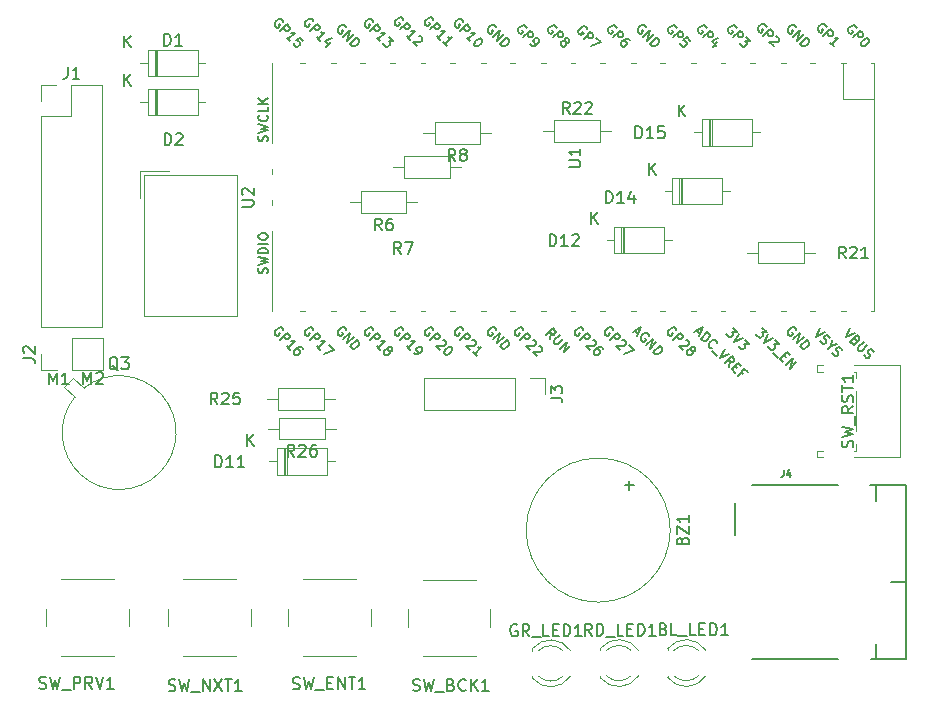
<source format=gbr>
%TF.GenerationSoftware,KiCad,Pcbnew,7.0.8*%
%TF.CreationDate,2024-04-12T09:27:46+03:00*%
%TF.ProjectId,PicoDrive,5069636f-4472-4697-9665-2e6b69636164,rev?*%
%TF.SameCoordinates,PX55854f8PY4548d10*%
%TF.FileFunction,Legend,Top*%
%TF.FilePolarity,Positive*%
%FSLAX46Y46*%
G04 Gerber Fmt 4.6, Leading zero omitted, Abs format (unit mm)*
G04 Created by KiCad (PCBNEW 7.0.8) date 2024-04-12 09:27:46*
%MOMM*%
%LPD*%
G01*
G04 APERTURE LIST*
%ADD10C,0.150000*%
%ADD11C,0.120000*%
G04 APERTURE END LIST*
D10*
X5711779Y-31244819D02*
X5711779Y-30244819D01*
X5711779Y-30244819D02*
X6045112Y-30959104D01*
X6045112Y-30959104D02*
X6378445Y-30244819D01*
X6378445Y-30244819D02*
X6378445Y-31244819D01*
X6807017Y-30340057D02*
X6854636Y-30292438D01*
X6854636Y-30292438D02*
X6949874Y-30244819D01*
X6949874Y-30244819D02*
X7187969Y-30244819D01*
X7187969Y-30244819D02*
X7283207Y-30292438D01*
X7283207Y-30292438D02*
X7330826Y-30340057D01*
X7330826Y-30340057D02*
X7378445Y-30435295D01*
X7378445Y-30435295D02*
X7378445Y-30530533D01*
X7378445Y-30530533D02*
X7330826Y-30673390D01*
X7330826Y-30673390D02*
X6759398Y-31244819D01*
X6759398Y-31244819D02*
X7378445Y-31244819D01*
X2811779Y-31269819D02*
X2811779Y-30269819D01*
X2811779Y-30269819D02*
X3145112Y-30984104D01*
X3145112Y-30984104D02*
X3478445Y-30269819D01*
X3478445Y-30269819D02*
X3478445Y-31269819D01*
X4478445Y-31269819D02*
X3907017Y-31269819D01*
X4192731Y-31269819D02*
X4192731Y-30269819D01*
X4192731Y-30269819D02*
X4097493Y-30412676D01*
X4097493Y-30412676D02*
X4002255Y-30507914D01*
X4002255Y-30507914D02*
X3907017Y-30555533D01*
X599819Y-29033333D02*
X1314104Y-29033333D01*
X1314104Y-29033333D02*
X1456961Y-29080952D01*
X1456961Y-29080952D02*
X1552200Y-29176190D01*
X1552200Y-29176190D02*
X1599819Y-29319047D01*
X1599819Y-29319047D02*
X1599819Y-29414285D01*
X695057Y-28604761D02*
X647438Y-28557142D01*
X647438Y-28557142D02*
X599819Y-28461904D01*
X599819Y-28461904D02*
X599819Y-28223809D01*
X599819Y-28223809D02*
X647438Y-28128571D01*
X647438Y-28128571D02*
X695057Y-28080952D01*
X695057Y-28080952D02*
X790295Y-28033333D01*
X790295Y-28033333D02*
X885533Y-28033333D01*
X885533Y-28033333D02*
X1028390Y-28080952D01*
X1028390Y-28080952D02*
X1599819Y-28652380D01*
X1599819Y-28652380D02*
X1599819Y-28033333D01*
X56431009Y-44480952D02*
X56478628Y-44338095D01*
X56478628Y-44338095D02*
X56526247Y-44290476D01*
X56526247Y-44290476D02*
X56621485Y-44242857D01*
X56621485Y-44242857D02*
X56764342Y-44242857D01*
X56764342Y-44242857D02*
X56859580Y-44290476D01*
X56859580Y-44290476D02*
X56907200Y-44338095D01*
X56907200Y-44338095D02*
X56954819Y-44433333D01*
X56954819Y-44433333D02*
X56954819Y-44814285D01*
X56954819Y-44814285D02*
X55954819Y-44814285D01*
X55954819Y-44814285D02*
X55954819Y-44480952D01*
X55954819Y-44480952D02*
X56002438Y-44385714D01*
X56002438Y-44385714D02*
X56050057Y-44338095D01*
X56050057Y-44338095D02*
X56145295Y-44290476D01*
X56145295Y-44290476D02*
X56240533Y-44290476D01*
X56240533Y-44290476D02*
X56335771Y-44338095D01*
X56335771Y-44338095D02*
X56383390Y-44385714D01*
X56383390Y-44385714D02*
X56431009Y-44480952D01*
X56431009Y-44480952D02*
X56431009Y-44814285D01*
X55954819Y-43909523D02*
X55954819Y-43242857D01*
X55954819Y-43242857D02*
X56954819Y-43909523D01*
X56954819Y-43909523D02*
X56954819Y-43242857D01*
X56954819Y-42338095D02*
X56954819Y-42909523D01*
X56954819Y-42623809D02*
X55954819Y-42623809D01*
X55954819Y-42623809D02*
X56097676Y-42719047D01*
X56097676Y-42719047D02*
X56192914Y-42814285D01*
X56192914Y-42814285D02*
X56240533Y-42909523D01*
X51913866Y-40170951D02*
X51913866Y-39409047D01*
X52294819Y-39789999D02*
X51532914Y-39789999D01*
X46794819Y-12871904D02*
X47604342Y-12871904D01*
X47604342Y-12871904D02*
X47699580Y-12824285D01*
X47699580Y-12824285D02*
X47747200Y-12776666D01*
X47747200Y-12776666D02*
X47794819Y-12681428D01*
X47794819Y-12681428D02*
X47794819Y-12490952D01*
X47794819Y-12490952D02*
X47747200Y-12395714D01*
X47747200Y-12395714D02*
X47699580Y-12348095D01*
X47699580Y-12348095D02*
X47604342Y-12300476D01*
X47604342Y-12300476D02*
X46794819Y-12300476D01*
X47794819Y-11300476D02*
X47794819Y-11871904D01*
X47794819Y-11586190D02*
X46794819Y-11586190D01*
X46794819Y-11586190D02*
X46937676Y-11681428D01*
X46937676Y-11681428D02*
X47032914Y-11776666D01*
X47032914Y-11776666D02*
X47080533Y-11871904D01*
X25184131Y-503998D02*
X25157194Y-423185D01*
X25157194Y-423185D02*
X25076381Y-342373D01*
X25076381Y-342373D02*
X24968632Y-288498D01*
X24968632Y-288498D02*
X24860882Y-288498D01*
X24860882Y-288498D02*
X24780070Y-315436D01*
X24780070Y-315436D02*
X24645383Y-396248D01*
X24645383Y-396248D02*
X24564571Y-477060D01*
X24564571Y-477060D02*
X24483758Y-611747D01*
X24483758Y-611747D02*
X24456821Y-692560D01*
X24456821Y-692560D02*
X24456821Y-800309D01*
X24456821Y-800309D02*
X24510696Y-908059D01*
X24510696Y-908059D02*
X24564571Y-961934D01*
X24564571Y-961934D02*
X24672320Y-1015808D01*
X24672320Y-1015808D02*
X24726195Y-1015808D01*
X24726195Y-1015808D02*
X24914757Y-827247D01*
X24914757Y-827247D02*
X24807007Y-719497D01*
X24914757Y-1312120D02*
X25480442Y-746434D01*
X25480442Y-746434D02*
X25695942Y-961934D01*
X25695942Y-961934D02*
X25722879Y-1042746D01*
X25722879Y-1042746D02*
X25722879Y-1096621D01*
X25722879Y-1096621D02*
X25695942Y-1177433D01*
X25695942Y-1177433D02*
X25615129Y-1258245D01*
X25615129Y-1258245D02*
X25534317Y-1285182D01*
X25534317Y-1285182D02*
X25480442Y-1285182D01*
X25480442Y-1285182D02*
X25399630Y-1258245D01*
X25399630Y-1258245D02*
X25184131Y-1042746D01*
X25776754Y-2174117D02*
X25453505Y-1850868D01*
X25615129Y-2012492D02*
X26180815Y-1446807D01*
X26180815Y-1446807D02*
X26046128Y-1473744D01*
X26046128Y-1473744D02*
X25938378Y-1473744D01*
X25938378Y-1473744D02*
X25857566Y-1446807D01*
X26638751Y-2281866D02*
X26261627Y-2658990D01*
X26719563Y-1931680D02*
X26180815Y-2201054D01*
X26180815Y-2201054D02*
X26531001Y-2551240D01*
X60674131Y-26450123D02*
X61024317Y-26800309D01*
X61024317Y-26800309D02*
X60620256Y-26827247D01*
X60620256Y-26827247D02*
X60701068Y-26908059D01*
X60701068Y-26908059D02*
X60728006Y-26988871D01*
X60728006Y-26988871D02*
X60728006Y-27042746D01*
X60728006Y-27042746D02*
X60701068Y-27123558D01*
X60701068Y-27123558D02*
X60566381Y-27258245D01*
X60566381Y-27258245D02*
X60485569Y-27285182D01*
X60485569Y-27285182D02*
X60431694Y-27285182D01*
X60431694Y-27285182D02*
X60350882Y-27258245D01*
X60350882Y-27258245D02*
X60189258Y-27096621D01*
X60189258Y-27096621D02*
X60162320Y-27015808D01*
X60162320Y-27015808D02*
X60162320Y-26961934D01*
X61185942Y-26961934D02*
X60808818Y-27716181D01*
X60808818Y-27716181D02*
X61563065Y-27339057D01*
X61697752Y-27473744D02*
X62047938Y-27823930D01*
X62047938Y-27823930D02*
X61643877Y-27850868D01*
X61643877Y-27850868D02*
X61724690Y-27931680D01*
X61724690Y-27931680D02*
X61751627Y-28012492D01*
X61751627Y-28012492D02*
X61751627Y-28066367D01*
X61751627Y-28066367D02*
X61724690Y-28147179D01*
X61724690Y-28147179D02*
X61590003Y-28281866D01*
X61590003Y-28281866D02*
X61509190Y-28308804D01*
X61509190Y-28308804D02*
X61455316Y-28308804D01*
X61455316Y-28308804D02*
X61374503Y-28281866D01*
X61374503Y-28281866D02*
X61212879Y-28120242D01*
X61212879Y-28120242D02*
X61185942Y-28039430D01*
X61185942Y-28039430D02*
X61185942Y-27985555D01*
X45773505Y-1073372D02*
X45746568Y-992560D01*
X45746568Y-992560D02*
X45665756Y-911748D01*
X45665756Y-911748D02*
X45558006Y-857873D01*
X45558006Y-857873D02*
X45450257Y-857873D01*
X45450257Y-857873D02*
X45369444Y-884810D01*
X45369444Y-884810D02*
X45234757Y-965623D01*
X45234757Y-965623D02*
X45153945Y-1046435D01*
X45153945Y-1046435D02*
X45073133Y-1181122D01*
X45073133Y-1181122D02*
X45046196Y-1261934D01*
X45046196Y-1261934D02*
X45046196Y-1369684D01*
X45046196Y-1369684D02*
X45100070Y-1477433D01*
X45100070Y-1477433D02*
X45153945Y-1531308D01*
X45153945Y-1531308D02*
X45261695Y-1585183D01*
X45261695Y-1585183D02*
X45315570Y-1585183D01*
X45315570Y-1585183D02*
X45504131Y-1396621D01*
X45504131Y-1396621D02*
X45396382Y-1288871D01*
X45504131Y-1881494D02*
X46069817Y-1315809D01*
X46069817Y-1315809D02*
X46285316Y-1531308D01*
X46285316Y-1531308D02*
X46312253Y-1612120D01*
X46312253Y-1612120D02*
X46312253Y-1665995D01*
X46312253Y-1665995D02*
X46285316Y-1746807D01*
X46285316Y-1746807D02*
X46204504Y-1827619D01*
X46204504Y-1827619D02*
X46123692Y-1854557D01*
X46123692Y-1854557D02*
X46069817Y-1854557D01*
X46069817Y-1854557D02*
X45989005Y-1827619D01*
X45989005Y-1827619D02*
X45773505Y-1612120D01*
X46473878Y-2204743D02*
X46446940Y-2123931D01*
X46446940Y-2123931D02*
X46446940Y-2070056D01*
X46446940Y-2070056D02*
X46473878Y-1989244D01*
X46473878Y-1989244D02*
X46500815Y-1962306D01*
X46500815Y-1962306D02*
X46581627Y-1935369D01*
X46581627Y-1935369D02*
X46635502Y-1935369D01*
X46635502Y-1935369D02*
X46716314Y-1962306D01*
X46716314Y-1962306D02*
X46824064Y-2070056D01*
X46824064Y-2070056D02*
X46851001Y-2150868D01*
X46851001Y-2150868D02*
X46851001Y-2204743D01*
X46851001Y-2204743D02*
X46824064Y-2285555D01*
X46824064Y-2285555D02*
X46797127Y-2312493D01*
X46797127Y-2312493D02*
X46716314Y-2339430D01*
X46716314Y-2339430D02*
X46662440Y-2339430D01*
X46662440Y-2339430D02*
X46581627Y-2312493D01*
X46581627Y-2312493D02*
X46473878Y-2204743D01*
X46473878Y-2204743D02*
X46393066Y-2177806D01*
X46393066Y-2177806D02*
X46339191Y-2177806D01*
X46339191Y-2177806D02*
X46258379Y-2204743D01*
X46258379Y-2204743D02*
X46150629Y-2312493D01*
X46150629Y-2312493D02*
X46123692Y-2393305D01*
X46123692Y-2393305D02*
X46123692Y-2447180D01*
X46123692Y-2447180D02*
X46150629Y-2527992D01*
X46150629Y-2527992D02*
X46258379Y-2635741D01*
X46258379Y-2635741D02*
X46339191Y-2662679D01*
X46339191Y-2662679D02*
X46393066Y-2662679D01*
X46393066Y-2662679D02*
X46473878Y-2635741D01*
X46473878Y-2635741D02*
X46581627Y-2527992D01*
X46581627Y-2527992D02*
X46608565Y-2447180D01*
X46608565Y-2447180D02*
X46608565Y-2393305D01*
X46608565Y-2393305D02*
X46581627Y-2312493D01*
X70637414Y-26513406D02*
X70260290Y-27267653D01*
X70260290Y-27267653D02*
X71014537Y-26890529D01*
X71122287Y-27537027D02*
X71176161Y-27644776D01*
X71176161Y-27644776D02*
X71176161Y-27698651D01*
X71176161Y-27698651D02*
X71149224Y-27779463D01*
X71149224Y-27779463D02*
X71068412Y-27860276D01*
X71068412Y-27860276D02*
X70987600Y-27887213D01*
X70987600Y-27887213D02*
X70933725Y-27887213D01*
X70933725Y-27887213D02*
X70852913Y-27860276D01*
X70852913Y-27860276D02*
X70637413Y-27644776D01*
X70637413Y-27644776D02*
X71203099Y-27079091D01*
X71203099Y-27079091D02*
X71391661Y-27267653D01*
X71391661Y-27267653D02*
X71418598Y-27348465D01*
X71418598Y-27348465D02*
X71418598Y-27402340D01*
X71418598Y-27402340D02*
X71391661Y-27483152D01*
X71391661Y-27483152D02*
X71337786Y-27537027D01*
X71337786Y-27537027D02*
X71256974Y-27563964D01*
X71256974Y-27563964D02*
X71203099Y-27563964D01*
X71203099Y-27563964D02*
X71122287Y-27537027D01*
X71122287Y-27537027D02*
X70933725Y-27348465D01*
X71768784Y-27644776D02*
X71310848Y-28102712D01*
X71310848Y-28102712D02*
X71283911Y-28183524D01*
X71283911Y-28183524D02*
X71283911Y-28237399D01*
X71283911Y-28237399D02*
X71310848Y-28318211D01*
X71310848Y-28318211D02*
X71418598Y-28425961D01*
X71418598Y-28425961D02*
X71499410Y-28452898D01*
X71499410Y-28452898D02*
X71553285Y-28452898D01*
X71553285Y-28452898D02*
X71634097Y-28425961D01*
X71634097Y-28425961D02*
X72092033Y-27968025D01*
X71795722Y-28749210D02*
X71849596Y-28856959D01*
X71849596Y-28856959D02*
X71984283Y-28991646D01*
X71984283Y-28991646D02*
X72065096Y-29018584D01*
X72065096Y-29018584D02*
X72118970Y-29018584D01*
X72118970Y-29018584D02*
X72199783Y-28991646D01*
X72199783Y-28991646D02*
X72253657Y-28937771D01*
X72253657Y-28937771D02*
X72280595Y-28856959D01*
X72280595Y-28856959D02*
X72280595Y-28803084D01*
X72280595Y-28803084D02*
X72253657Y-28722272D01*
X72253657Y-28722272D02*
X72172845Y-28587585D01*
X72172845Y-28587585D02*
X72145908Y-28506773D01*
X72145908Y-28506773D02*
X72145908Y-28452898D01*
X72145908Y-28452898D02*
X72172845Y-28372086D01*
X72172845Y-28372086D02*
X72226720Y-28318211D01*
X72226720Y-28318211D02*
X72307532Y-28291274D01*
X72307532Y-28291274D02*
X72361407Y-28291274D01*
X72361407Y-28291274D02*
X72442219Y-28318211D01*
X72442219Y-28318211D02*
X72576906Y-28452898D01*
X72576906Y-28452898D02*
X72630781Y-28560648D01*
X37874131Y-26657998D02*
X37847194Y-26577185D01*
X37847194Y-26577185D02*
X37766381Y-26496373D01*
X37766381Y-26496373D02*
X37658632Y-26442498D01*
X37658632Y-26442498D02*
X37550882Y-26442498D01*
X37550882Y-26442498D02*
X37470070Y-26469436D01*
X37470070Y-26469436D02*
X37335383Y-26550248D01*
X37335383Y-26550248D02*
X37254571Y-26631060D01*
X37254571Y-26631060D02*
X37173758Y-26765747D01*
X37173758Y-26765747D02*
X37146821Y-26846560D01*
X37146821Y-26846560D02*
X37146821Y-26954309D01*
X37146821Y-26954309D02*
X37200696Y-27062059D01*
X37200696Y-27062059D02*
X37254571Y-27115934D01*
X37254571Y-27115934D02*
X37362320Y-27169808D01*
X37362320Y-27169808D02*
X37416195Y-27169808D01*
X37416195Y-27169808D02*
X37604757Y-26981247D01*
X37604757Y-26981247D02*
X37497007Y-26873497D01*
X37604757Y-27466120D02*
X38170442Y-26900434D01*
X38170442Y-26900434D02*
X38385942Y-27115934D01*
X38385942Y-27115934D02*
X38412879Y-27196746D01*
X38412879Y-27196746D02*
X38412879Y-27250621D01*
X38412879Y-27250621D02*
X38385942Y-27331433D01*
X38385942Y-27331433D02*
X38305129Y-27412245D01*
X38305129Y-27412245D02*
X38224317Y-27439182D01*
X38224317Y-27439182D02*
X38170442Y-27439182D01*
X38170442Y-27439182D02*
X38089630Y-27412245D01*
X38089630Y-27412245D02*
X37874131Y-27196746D01*
X38655316Y-27493057D02*
X38709190Y-27493057D01*
X38709190Y-27493057D02*
X38790003Y-27519995D01*
X38790003Y-27519995D02*
X38924690Y-27654682D01*
X38924690Y-27654682D02*
X38951627Y-27735494D01*
X38951627Y-27735494D02*
X38951627Y-27789369D01*
X38951627Y-27789369D02*
X38924690Y-27870181D01*
X38924690Y-27870181D02*
X38870815Y-27924056D01*
X38870815Y-27924056D02*
X38763065Y-27977930D01*
X38763065Y-27977930D02*
X38116568Y-27977930D01*
X38116568Y-27977930D02*
X38466754Y-28328117D01*
X39005502Y-28866865D02*
X38682253Y-28543616D01*
X38843878Y-28705240D02*
X39409563Y-28139555D01*
X39409563Y-28139555D02*
X39274876Y-28166492D01*
X39274876Y-28166492D02*
X39167126Y-28166492D01*
X39167126Y-28166492D02*
X39086314Y-28139555D01*
X35344131Y-403998D02*
X35317194Y-323185D01*
X35317194Y-323185D02*
X35236381Y-242373D01*
X35236381Y-242373D02*
X35128632Y-188498D01*
X35128632Y-188498D02*
X35020882Y-188498D01*
X35020882Y-188498D02*
X34940070Y-215436D01*
X34940070Y-215436D02*
X34805383Y-296248D01*
X34805383Y-296248D02*
X34724571Y-377060D01*
X34724571Y-377060D02*
X34643758Y-511747D01*
X34643758Y-511747D02*
X34616821Y-592560D01*
X34616821Y-592560D02*
X34616821Y-700309D01*
X34616821Y-700309D02*
X34670696Y-808059D01*
X34670696Y-808059D02*
X34724571Y-861934D01*
X34724571Y-861934D02*
X34832320Y-915808D01*
X34832320Y-915808D02*
X34886195Y-915808D01*
X34886195Y-915808D02*
X35074757Y-727247D01*
X35074757Y-727247D02*
X34967007Y-619497D01*
X35074757Y-1212120D02*
X35640442Y-646434D01*
X35640442Y-646434D02*
X35855942Y-861934D01*
X35855942Y-861934D02*
X35882879Y-942746D01*
X35882879Y-942746D02*
X35882879Y-996621D01*
X35882879Y-996621D02*
X35855942Y-1077433D01*
X35855942Y-1077433D02*
X35775129Y-1158245D01*
X35775129Y-1158245D02*
X35694317Y-1185182D01*
X35694317Y-1185182D02*
X35640442Y-1185182D01*
X35640442Y-1185182D02*
X35559630Y-1158245D01*
X35559630Y-1158245D02*
X35344131Y-942746D01*
X35936754Y-2074117D02*
X35613505Y-1750868D01*
X35775129Y-1912492D02*
X36340815Y-1346807D01*
X36340815Y-1346807D02*
X36206128Y-1373744D01*
X36206128Y-1373744D02*
X36098378Y-1373744D01*
X36098378Y-1373744D02*
X36017566Y-1346807D01*
X36475502Y-2612865D02*
X36152253Y-2289616D01*
X36313878Y-2451240D02*
X36879563Y-1885555D01*
X36879563Y-1885555D02*
X36744876Y-1912492D01*
X36744876Y-1912492D02*
X36637126Y-1912492D01*
X36637126Y-1912492D02*
X36556314Y-1885555D01*
X48044131Y-26657998D02*
X48017194Y-26577185D01*
X48017194Y-26577185D02*
X47936381Y-26496373D01*
X47936381Y-26496373D02*
X47828632Y-26442498D01*
X47828632Y-26442498D02*
X47720882Y-26442498D01*
X47720882Y-26442498D02*
X47640070Y-26469436D01*
X47640070Y-26469436D02*
X47505383Y-26550248D01*
X47505383Y-26550248D02*
X47424571Y-26631060D01*
X47424571Y-26631060D02*
X47343758Y-26765747D01*
X47343758Y-26765747D02*
X47316821Y-26846560D01*
X47316821Y-26846560D02*
X47316821Y-26954309D01*
X47316821Y-26954309D02*
X47370696Y-27062059D01*
X47370696Y-27062059D02*
X47424571Y-27115934D01*
X47424571Y-27115934D02*
X47532320Y-27169808D01*
X47532320Y-27169808D02*
X47586195Y-27169808D01*
X47586195Y-27169808D02*
X47774757Y-26981247D01*
X47774757Y-26981247D02*
X47667007Y-26873497D01*
X47774757Y-27466120D02*
X48340442Y-26900434D01*
X48340442Y-26900434D02*
X48555942Y-27115934D01*
X48555942Y-27115934D02*
X48582879Y-27196746D01*
X48582879Y-27196746D02*
X48582879Y-27250621D01*
X48582879Y-27250621D02*
X48555942Y-27331433D01*
X48555942Y-27331433D02*
X48475129Y-27412245D01*
X48475129Y-27412245D02*
X48394317Y-27439182D01*
X48394317Y-27439182D02*
X48340442Y-27439182D01*
X48340442Y-27439182D02*
X48259630Y-27412245D01*
X48259630Y-27412245D02*
X48044131Y-27196746D01*
X48825316Y-27493057D02*
X48879190Y-27493057D01*
X48879190Y-27493057D02*
X48960003Y-27519995D01*
X48960003Y-27519995D02*
X49094690Y-27654682D01*
X49094690Y-27654682D02*
X49121627Y-27735494D01*
X49121627Y-27735494D02*
X49121627Y-27789369D01*
X49121627Y-27789369D02*
X49094690Y-27870181D01*
X49094690Y-27870181D02*
X49040815Y-27924056D01*
X49040815Y-27924056D02*
X48933065Y-27977930D01*
X48933065Y-27977930D02*
X48286568Y-27977930D01*
X48286568Y-27977930D02*
X48636754Y-28328117D01*
X49687313Y-28247305D02*
X49579563Y-28139555D01*
X49579563Y-28139555D02*
X49498751Y-28112618D01*
X49498751Y-28112618D02*
X49444876Y-28112618D01*
X49444876Y-28112618D02*
X49310189Y-28139555D01*
X49310189Y-28139555D02*
X49175502Y-28220367D01*
X49175502Y-28220367D02*
X48960003Y-28435866D01*
X48960003Y-28435866D02*
X48933065Y-28516679D01*
X48933065Y-28516679D02*
X48933065Y-28570553D01*
X48933065Y-28570553D02*
X48960003Y-28651366D01*
X48960003Y-28651366D02*
X49067752Y-28759115D01*
X49067752Y-28759115D02*
X49148565Y-28786053D01*
X49148565Y-28786053D02*
X49202439Y-28786053D01*
X49202439Y-28786053D02*
X49283252Y-28759115D01*
X49283252Y-28759115D02*
X49417939Y-28624428D01*
X49417939Y-28624428D02*
X49444876Y-28543616D01*
X49444876Y-28543616D02*
X49444876Y-28489741D01*
X49444876Y-28489741D02*
X49417939Y-28408929D01*
X49417939Y-28408929D02*
X49310189Y-28301179D01*
X49310189Y-28301179D02*
X49229377Y-28274242D01*
X49229377Y-28274242D02*
X49175502Y-28274242D01*
X49175502Y-28274242D02*
X49094690Y-28301179D01*
X66066568Y-26646435D02*
X66039631Y-26565623D01*
X66039631Y-26565623D02*
X65958819Y-26484811D01*
X65958819Y-26484811D02*
X65851069Y-26430936D01*
X65851069Y-26430936D02*
X65743319Y-26430936D01*
X65743319Y-26430936D02*
X65662507Y-26457873D01*
X65662507Y-26457873D02*
X65527820Y-26538685D01*
X65527820Y-26538685D02*
X65447008Y-26619498D01*
X65447008Y-26619498D02*
X65366196Y-26754185D01*
X65366196Y-26754185D02*
X65339258Y-26834997D01*
X65339258Y-26834997D02*
X65339258Y-26942746D01*
X65339258Y-26942746D02*
X65393133Y-27050496D01*
X65393133Y-27050496D02*
X65447008Y-27104371D01*
X65447008Y-27104371D02*
X65554758Y-27158246D01*
X65554758Y-27158246D02*
X65608632Y-27158246D01*
X65608632Y-27158246D02*
X65797194Y-26969684D01*
X65797194Y-26969684D02*
X65689445Y-26861934D01*
X65797194Y-27454557D02*
X66362880Y-26888872D01*
X66362880Y-26888872D02*
X66120443Y-27777806D01*
X66120443Y-27777806D02*
X66686128Y-27212120D01*
X66389817Y-28047180D02*
X66955502Y-27481494D01*
X66955502Y-27481494D02*
X67090189Y-27616181D01*
X67090189Y-27616181D02*
X67144064Y-27723931D01*
X67144064Y-27723931D02*
X67144064Y-27831680D01*
X67144064Y-27831680D02*
X67117127Y-27912493D01*
X67117127Y-27912493D02*
X67036314Y-28047180D01*
X67036314Y-28047180D02*
X66955502Y-28127992D01*
X66955502Y-28127992D02*
X66820815Y-28208804D01*
X66820815Y-28208804D02*
X66740003Y-28235741D01*
X66740003Y-28235741D02*
X66632253Y-28235741D01*
X66632253Y-28235741D02*
X66524504Y-28181867D01*
X66524504Y-28181867D02*
X66389817Y-28047180D01*
X35344131Y-26657998D02*
X35317194Y-26577185D01*
X35317194Y-26577185D02*
X35236381Y-26496373D01*
X35236381Y-26496373D02*
X35128632Y-26442498D01*
X35128632Y-26442498D02*
X35020882Y-26442498D01*
X35020882Y-26442498D02*
X34940070Y-26469436D01*
X34940070Y-26469436D02*
X34805383Y-26550248D01*
X34805383Y-26550248D02*
X34724571Y-26631060D01*
X34724571Y-26631060D02*
X34643758Y-26765747D01*
X34643758Y-26765747D02*
X34616821Y-26846560D01*
X34616821Y-26846560D02*
X34616821Y-26954309D01*
X34616821Y-26954309D02*
X34670696Y-27062059D01*
X34670696Y-27062059D02*
X34724571Y-27115934D01*
X34724571Y-27115934D02*
X34832320Y-27169808D01*
X34832320Y-27169808D02*
X34886195Y-27169808D01*
X34886195Y-27169808D02*
X35074757Y-26981247D01*
X35074757Y-26981247D02*
X34967007Y-26873497D01*
X35074757Y-27466120D02*
X35640442Y-26900434D01*
X35640442Y-26900434D02*
X35855942Y-27115934D01*
X35855942Y-27115934D02*
X35882879Y-27196746D01*
X35882879Y-27196746D02*
X35882879Y-27250621D01*
X35882879Y-27250621D02*
X35855942Y-27331433D01*
X35855942Y-27331433D02*
X35775129Y-27412245D01*
X35775129Y-27412245D02*
X35694317Y-27439182D01*
X35694317Y-27439182D02*
X35640442Y-27439182D01*
X35640442Y-27439182D02*
X35559630Y-27412245D01*
X35559630Y-27412245D02*
X35344131Y-27196746D01*
X36125316Y-27493057D02*
X36179190Y-27493057D01*
X36179190Y-27493057D02*
X36260003Y-27519995D01*
X36260003Y-27519995D02*
X36394690Y-27654682D01*
X36394690Y-27654682D02*
X36421627Y-27735494D01*
X36421627Y-27735494D02*
X36421627Y-27789369D01*
X36421627Y-27789369D02*
X36394690Y-27870181D01*
X36394690Y-27870181D02*
X36340815Y-27924056D01*
X36340815Y-27924056D02*
X36233065Y-27977930D01*
X36233065Y-27977930D02*
X35586568Y-27977930D01*
X35586568Y-27977930D02*
X35936754Y-28328117D01*
X36852626Y-28112618D02*
X36906500Y-28166492D01*
X36906500Y-28166492D02*
X36933438Y-28247305D01*
X36933438Y-28247305D02*
X36933438Y-28301179D01*
X36933438Y-28301179D02*
X36906500Y-28381992D01*
X36906500Y-28381992D02*
X36825688Y-28516679D01*
X36825688Y-28516679D02*
X36691001Y-28651366D01*
X36691001Y-28651366D02*
X36556314Y-28732178D01*
X36556314Y-28732178D02*
X36475502Y-28759115D01*
X36475502Y-28759115D02*
X36421627Y-28759115D01*
X36421627Y-28759115D02*
X36340815Y-28732178D01*
X36340815Y-28732178D02*
X36286940Y-28678303D01*
X36286940Y-28678303D02*
X36260003Y-28597491D01*
X36260003Y-28597491D02*
X36260003Y-28543616D01*
X36260003Y-28543616D02*
X36286940Y-28462804D01*
X36286940Y-28462804D02*
X36367752Y-28328117D01*
X36367752Y-28328117D02*
X36502439Y-28193430D01*
X36502439Y-28193430D02*
X36637126Y-28112618D01*
X36637126Y-28112618D02*
X36717939Y-28085680D01*
X36717939Y-28085680D02*
X36771813Y-28085680D01*
X36771813Y-28085680D02*
X36852626Y-28112618D01*
X42964131Y-26657998D02*
X42937194Y-26577185D01*
X42937194Y-26577185D02*
X42856381Y-26496373D01*
X42856381Y-26496373D02*
X42748632Y-26442498D01*
X42748632Y-26442498D02*
X42640882Y-26442498D01*
X42640882Y-26442498D02*
X42560070Y-26469436D01*
X42560070Y-26469436D02*
X42425383Y-26550248D01*
X42425383Y-26550248D02*
X42344571Y-26631060D01*
X42344571Y-26631060D02*
X42263758Y-26765747D01*
X42263758Y-26765747D02*
X42236821Y-26846560D01*
X42236821Y-26846560D02*
X42236821Y-26954309D01*
X42236821Y-26954309D02*
X42290696Y-27062059D01*
X42290696Y-27062059D02*
X42344571Y-27115934D01*
X42344571Y-27115934D02*
X42452320Y-27169808D01*
X42452320Y-27169808D02*
X42506195Y-27169808D01*
X42506195Y-27169808D02*
X42694757Y-26981247D01*
X42694757Y-26981247D02*
X42587007Y-26873497D01*
X42694757Y-27466120D02*
X43260442Y-26900434D01*
X43260442Y-26900434D02*
X43475942Y-27115934D01*
X43475942Y-27115934D02*
X43502879Y-27196746D01*
X43502879Y-27196746D02*
X43502879Y-27250621D01*
X43502879Y-27250621D02*
X43475942Y-27331433D01*
X43475942Y-27331433D02*
X43395129Y-27412245D01*
X43395129Y-27412245D02*
X43314317Y-27439182D01*
X43314317Y-27439182D02*
X43260442Y-27439182D01*
X43260442Y-27439182D02*
X43179630Y-27412245D01*
X43179630Y-27412245D02*
X42964131Y-27196746D01*
X43745316Y-27493057D02*
X43799190Y-27493057D01*
X43799190Y-27493057D02*
X43880003Y-27519995D01*
X43880003Y-27519995D02*
X44014690Y-27654682D01*
X44014690Y-27654682D02*
X44041627Y-27735494D01*
X44041627Y-27735494D02*
X44041627Y-27789369D01*
X44041627Y-27789369D02*
X44014690Y-27870181D01*
X44014690Y-27870181D02*
X43960815Y-27924056D01*
X43960815Y-27924056D02*
X43853065Y-27977930D01*
X43853065Y-27977930D02*
X43206568Y-27977930D01*
X43206568Y-27977930D02*
X43556754Y-28328117D01*
X44284064Y-28031805D02*
X44337939Y-28031805D01*
X44337939Y-28031805D02*
X44418751Y-28058743D01*
X44418751Y-28058743D02*
X44553438Y-28193430D01*
X44553438Y-28193430D02*
X44580375Y-28274242D01*
X44580375Y-28274242D02*
X44580375Y-28328117D01*
X44580375Y-28328117D02*
X44553438Y-28408929D01*
X44553438Y-28408929D02*
X44499563Y-28462804D01*
X44499563Y-28462804D02*
X44391813Y-28516679D01*
X44391813Y-28516679D02*
X43745316Y-28516679D01*
X43745316Y-28516679D02*
X44095502Y-28866865D01*
X21289200Y-21855238D02*
X21327295Y-21740952D01*
X21327295Y-21740952D02*
X21327295Y-21550476D01*
X21327295Y-21550476D02*
X21289200Y-21474285D01*
X21289200Y-21474285D02*
X21251104Y-21436190D01*
X21251104Y-21436190D02*
X21174914Y-21398095D01*
X21174914Y-21398095D02*
X21098723Y-21398095D01*
X21098723Y-21398095D02*
X21022533Y-21436190D01*
X21022533Y-21436190D02*
X20984438Y-21474285D01*
X20984438Y-21474285D02*
X20946342Y-21550476D01*
X20946342Y-21550476D02*
X20908247Y-21702857D01*
X20908247Y-21702857D02*
X20870152Y-21779047D01*
X20870152Y-21779047D02*
X20832057Y-21817142D01*
X20832057Y-21817142D02*
X20755866Y-21855238D01*
X20755866Y-21855238D02*
X20679676Y-21855238D01*
X20679676Y-21855238D02*
X20603485Y-21817142D01*
X20603485Y-21817142D02*
X20565390Y-21779047D01*
X20565390Y-21779047D02*
X20527295Y-21702857D01*
X20527295Y-21702857D02*
X20527295Y-21512380D01*
X20527295Y-21512380D02*
X20565390Y-21398095D01*
X20527295Y-21131428D02*
X21327295Y-20940952D01*
X21327295Y-20940952D02*
X20755866Y-20788571D01*
X20755866Y-20788571D02*
X21327295Y-20636190D01*
X21327295Y-20636190D02*
X20527295Y-20445714D01*
X21327295Y-20140951D02*
X20527295Y-20140951D01*
X20527295Y-20140951D02*
X20527295Y-19950475D01*
X20527295Y-19950475D02*
X20565390Y-19836189D01*
X20565390Y-19836189D02*
X20641580Y-19759999D01*
X20641580Y-19759999D02*
X20717771Y-19721904D01*
X20717771Y-19721904D02*
X20870152Y-19683808D01*
X20870152Y-19683808D02*
X20984438Y-19683808D01*
X20984438Y-19683808D02*
X21136819Y-19721904D01*
X21136819Y-19721904D02*
X21213009Y-19759999D01*
X21213009Y-19759999D02*
X21289200Y-19836189D01*
X21289200Y-19836189D02*
X21327295Y-19950475D01*
X21327295Y-19950475D02*
X21327295Y-20140951D01*
X21327295Y-19340951D02*
X20527295Y-19340951D01*
X20527295Y-18807618D02*
X20527295Y-18655237D01*
X20527295Y-18655237D02*
X20565390Y-18579047D01*
X20565390Y-18579047D02*
X20641580Y-18502856D01*
X20641580Y-18502856D02*
X20793961Y-18464761D01*
X20793961Y-18464761D02*
X21060628Y-18464761D01*
X21060628Y-18464761D02*
X21213009Y-18502856D01*
X21213009Y-18502856D02*
X21289200Y-18579047D01*
X21289200Y-18579047D02*
X21327295Y-18655237D01*
X21327295Y-18655237D02*
X21327295Y-18807618D01*
X21327295Y-18807618D02*
X21289200Y-18883809D01*
X21289200Y-18883809D02*
X21213009Y-18959999D01*
X21213009Y-18959999D02*
X21060628Y-18998095D01*
X21060628Y-18998095D02*
X20793961Y-18998095D01*
X20793961Y-18998095D02*
X20641580Y-18959999D01*
X20641580Y-18959999D02*
X20565390Y-18883809D01*
X20565390Y-18883809D02*
X20527295Y-18807618D01*
X37884131Y-549998D02*
X37857194Y-469185D01*
X37857194Y-469185D02*
X37776381Y-388373D01*
X37776381Y-388373D02*
X37668632Y-334498D01*
X37668632Y-334498D02*
X37560882Y-334498D01*
X37560882Y-334498D02*
X37480070Y-361436D01*
X37480070Y-361436D02*
X37345383Y-442248D01*
X37345383Y-442248D02*
X37264571Y-523060D01*
X37264571Y-523060D02*
X37183758Y-657747D01*
X37183758Y-657747D02*
X37156821Y-738560D01*
X37156821Y-738560D02*
X37156821Y-846309D01*
X37156821Y-846309D02*
X37210696Y-954059D01*
X37210696Y-954059D02*
X37264571Y-1007934D01*
X37264571Y-1007934D02*
X37372320Y-1061808D01*
X37372320Y-1061808D02*
X37426195Y-1061808D01*
X37426195Y-1061808D02*
X37614757Y-873247D01*
X37614757Y-873247D02*
X37507007Y-765497D01*
X37614757Y-1358120D02*
X38180442Y-792434D01*
X38180442Y-792434D02*
X38395942Y-1007934D01*
X38395942Y-1007934D02*
X38422879Y-1088746D01*
X38422879Y-1088746D02*
X38422879Y-1142621D01*
X38422879Y-1142621D02*
X38395942Y-1223433D01*
X38395942Y-1223433D02*
X38315129Y-1304245D01*
X38315129Y-1304245D02*
X38234317Y-1331182D01*
X38234317Y-1331182D02*
X38180442Y-1331182D01*
X38180442Y-1331182D02*
X38099630Y-1304245D01*
X38099630Y-1304245D02*
X37884131Y-1088746D01*
X38476754Y-2220117D02*
X38153505Y-1896868D01*
X38315129Y-2058492D02*
X38880815Y-1492807D01*
X38880815Y-1492807D02*
X38746128Y-1519744D01*
X38746128Y-1519744D02*
X38638378Y-1519744D01*
X38638378Y-1519744D02*
X38557566Y-1492807D01*
X39392626Y-2004618D02*
X39446500Y-2058492D01*
X39446500Y-2058492D02*
X39473438Y-2139305D01*
X39473438Y-2139305D02*
X39473438Y-2193179D01*
X39473438Y-2193179D02*
X39446500Y-2273992D01*
X39446500Y-2273992D02*
X39365688Y-2408679D01*
X39365688Y-2408679D02*
X39231001Y-2543366D01*
X39231001Y-2543366D02*
X39096314Y-2624178D01*
X39096314Y-2624178D02*
X39015502Y-2651115D01*
X39015502Y-2651115D02*
X38961627Y-2651115D01*
X38961627Y-2651115D02*
X38880815Y-2624178D01*
X38880815Y-2624178D02*
X38826940Y-2570303D01*
X38826940Y-2570303D02*
X38800003Y-2489491D01*
X38800003Y-2489491D02*
X38800003Y-2435616D01*
X38800003Y-2435616D02*
X38826940Y-2354804D01*
X38826940Y-2354804D02*
X38907752Y-2220117D01*
X38907752Y-2220117D02*
X39042439Y-2085430D01*
X39042439Y-2085430D02*
X39177126Y-2004618D01*
X39177126Y-2004618D02*
X39257939Y-1977680D01*
X39257939Y-1977680D02*
X39311813Y-1977680D01*
X39311813Y-1977680D02*
X39392626Y-2004618D01*
X27966568Y-1046435D02*
X27939631Y-965623D01*
X27939631Y-965623D02*
X27858819Y-884811D01*
X27858819Y-884811D02*
X27751069Y-830936D01*
X27751069Y-830936D02*
X27643319Y-830936D01*
X27643319Y-830936D02*
X27562507Y-857873D01*
X27562507Y-857873D02*
X27427820Y-938685D01*
X27427820Y-938685D02*
X27347008Y-1019498D01*
X27347008Y-1019498D02*
X27266196Y-1154185D01*
X27266196Y-1154185D02*
X27239258Y-1234997D01*
X27239258Y-1234997D02*
X27239258Y-1342746D01*
X27239258Y-1342746D02*
X27293133Y-1450496D01*
X27293133Y-1450496D02*
X27347008Y-1504371D01*
X27347008Y-1504371D02*
X27454758Y-1558246D01*
X27454758Y-1558246D02*
X27508632Y-1558246D01*
X27508632Y-1558246D02*
X27697194Y-1369684D01*
X27697194Y-1369684D02*
X27589445Y-1261934D01*
X27697194Y-1854557D02*
X28262880Y-1288872D01*
X28262880Y-1288872D02*
X28020443Y-2177806D01*
X28020443Y-2177806D02*
X28586128Y-1612120D01*
X28289817Y-2447180D02*
X28855502Y-1881494D01*
X28855502Y-1881494D02*
X28990189Y-2016181D01*
X28990189Y-2016181D02*
X29044064Y-2123931D01*
X29044064Y-2123931D02*
X29044064Y-2231680D01*
X29044064Y-2231680D02*
X29017127Y-2312493D01*
X29017127Y-2312493D02*
X28936314Y-2447180D01*
X28936314Y-2447180D02*
X28855502Y-2527992D01*
X28855502Y-2527992D02*
X28720815Y-2608804D01*
X28720815Y-2608804D02*
X28640003Y-2635741D01*
X28640003Y-2635741D02*
X28532253Y-2635741D01*
X28532253Y-2635741D02*
X28424504Y-2581867D01*
X28424504Y-2581867D02*
X28289817Y-2447180D01*
X63553505Y-973372D02*
X63526568Y-892560D01*
X63526568Y-892560D02*
X63445756Y-811748D01*
X63445756Y-811748D02*
X63338006Y-757873D01*
X63338006Y-757873D02*
X63230257Y-757873D01*
X63230257Y-757873D02*
X63149444Y-784810D01*
X63149444Y-784810D02*
X63014757Y-865623D01*
X63014757Y-865623D02*
X62933945Y-946435D01*
X62933945Y-946435D02*
X62853133Y-1081122D01*
X62853133Y-1081122D02*
X62826196Y-1161934D01*
X62826196Y-1161934D02*
X62826196Y-1269684D01*
X62826196Y-1269684D02*
X62880070Y-1377433D01*
X62880070Y-1377433D02*
X62933945Y-1431308D01*
X62933945Y-1431308D02*
X63041695Y-1485183D01*
X63041695Y-1485183D02*
X63095570Y-1485183D01*
X63095570Y-1485183D02*
X63284131Y-1296621D01*
X63284131Y-1296621D02*
X63176382Y-1188871D01*
X63284131Y-1781494D02*
X63849817Y-1215809D01*
X63849817Y-1215809D02*
X64065316Y-1431308D01*
X64065316Y-1431308D02*
X64092253Y-1512120D01*
X64092253Y-1512120D02*
X64092253Y-1565995D01*
X64092253Y-1565995D02*
X64065316Y-1646807D01*
X64065316Y-1646807D02*
X63984504Y-1727619D01*
X63984504Y-1727619D02*
X63903692Y-1754557D01*
X63903692Y-1754557D02*
X63849817Y-1754557D01*
X63849817Y-1754557D02*
X63769005Y-1727619D01*
X63769005Y-1727619D02*
X63553505Y-1512120D01*
X64334690Y-1808432D02*
X64388565Y-1808432D01*
X64388565Y-1808432D02*
X64469377Y-1835369D01*
X64469377Y-1835369D02*
X64604064Y-1970056D01*
X64604064Y-1970056D02*
X64631001Y-2050868D01*
X64631001Y-2050868D02*
X64631001Y-2104743D01*
X64631001Y-2104743D02*
X64604064Y-2185555D01*
X64604064Y-2185555D02*
X64550189Y-2239430D01*
X64550189Y-2239430D02*
X64442440Y-2293305D01*
X64442440Y-2293305D02*
X63795942Y-2293305D01*
X63795942Y-2293305D02*
X64146128Y-2643491D01*
X66066568Y-1046435D02*
X66039631Y-965623D01*
X66039631Y-965623D02*
X65958819Y-884811D01*
X65958819Y-884811D02*
X65851069Y-830936D01*
X65851069Y-830936D02*
X65743319Y-830936D01*
X65743319Y-830936D02*
X65662507Y-857873D01*
X65662507Y-857873D02*
X65527820Y-938685D01*
X65527820Y-938685D02*
X65447008Y-1019498D01*
X65447008Y-1019498D02*
X65366196Y-1154185D01*
X65366196Y-1154185D02*
X65339258Y-1234997D01*
X65339258Y-1234997D02*
X65339258Y-1342746D01*
X65339258Y-1342746D02*
X65393133Y-1450496D01*
X65393133Y-1450496D02*
X65447008Y-1504371D01*
X65447008Y-1504371D02*
X65554758Y-1558246D01*
X65554758Y-1558246D02*
X65608632Y-1558246D01*
X65608632Y-1558246D02*
X65797194Y-1369684D01*
X65797194Y-1369684D02*
X65689445Y-1261934D01*
X65797194Y-1854557D02*
X66362880Y-1288872D01*
X66362880Y-1288872D02*
X66120443Y-2177806D01*
X66120443Y-2177806D02*
X66686128Y-1612120D01*
X66389817Y-2447180D02*
X66955502Y-1881494D01*
X66955502Y-1881494D02*
X67090189Y-2016181D01*
X67090189Y-2016181D02*
X67144064Y-2123931D01*
X67144064Y-2123931D02*
X67144064Y-2231680D01*
X67144064Y-2231680D02*
X67117127Y-2312493D01*
X67117127Y-2312493D02*
X67036314Y-2447180D01*
X67036314Y-2447180D02*
X66955502Y-2527992D01*
X66955502Y-2527992D02*
X66820815Y-2608804D01*
X66820815Y-2608804D02*
X66740003Y-2635741D01*
X66740003Y-2635741D02*
X66632253Y-2635741D01*
X66632253Y-2635741D02*
X66524504Y-2581867D01*
X66524504Y-2581867D02*
X66389817Y-2447180D01*
X71173505Y-1073372D02*
X71146568Y-992560D01*
X71146568Y-992560D02*
X71065756Y-911748D01*
X71065756Y-911748D02*
X70958006Y-857873D01*
X70958006Y-857873D02*
X70850257Y-857873D01*
X70850257Y-857873D02*
X70769444Y-884810D01*
X70769444Y-884810D02*
X70634757Y-965623D01*
X70634757Y-965623D02*
X70553945Y-1046435D01*
X70553945Y-1046435D02*
X70473133Y-1181122D01*
X70473133Y-1181122D02*
X70446196Y-1261934D01*
X70446196Y-1261934D02*
X70446196Y-1369684D01*
X70446196Y-1369684D02*
X70500070Y-1477433D01*
X70500070Y-1477433D02*
X70553945Y-1531308D01*
X70553945Y-1531308D02*
X70661695Y-1585183D01*
X70661695Y-1585183D02*
X70715570Y-1585183D01*
X70715570Y-1585183D02*
X70904131Y-1396621D01*
X70904131Y-1396621D02*
X70796382Y-1288871D01*
X70904131Y-1881494D02*
X71469817Y-1315809D01*
X71469817Y-1315809D02*
X71685316Y-1531308D01*
X71685316Y-1531308D02*
X71712253Y-1612120D01*
X71712253Y-1612120D02*
X71712253Y-1665995D01*
X71712253Y-1665995D02*
X71685316Y-1746807D01*
X71685316Y-1746807D02*
X71604504Y-1827619D01*
X71604504Y-1827619D02*
X71523692Y-1854557D01*
X71523692Y-1854557D02*
X71469817Y-1854557D01*
X71469817Y-1854557D02*
X71389005Y-1827619D01*
X71389005Y-1827619D02*
X71173505Y-1612120D01*
X72143252Y-1989244D02*
X72197127Y-2043119D01*
X72197127Y-2043119D02*
X72224064Y-2123931D01*
X72224064Y-2123931D02*
X72224064Y-2177806D01*
X72224064Y-2177806D02*
X72197127Y-2258618D01*
X72197127Y-2258618D02*
X72116314Y-2393305D01*
X72116314Y-2393305D02*
X71981627Y-2527992D01*
X71981627Y-2527992D02*
X71846940Y-2608804D01*
X71846940Y-2608804D02*
X71766128Y-2635741D01*
X71766128Y-2635741D02*
X71712253Y-2635741D01*
X71712253Y-2635741D02*
X71631441Y-2608804D01*
X71631441Y-2608804D02*
X71577566Y-2554929D01*
X71577566Y-2554929D02*
X71550629Y-2474117D01*
X71550629Y-2474117D02*
X71550629Y-2420242D01*
X71550629Y-2420242D02*
X71577566Y-2339430D01*
X71577566Y-2339430D02*
X71658379Y-2204743D01*
X71658379Y-2204743D02*
X71793066Y-2070056D01*
X71793066Y-2070056D02*
X71927753Y-1989244D01*
X71927753Y-1989244D02*
X72008565Y-1962306D01*
X72008565Y-1962306D02*
X72062440Y-1962306D01*
X72062440Y-1962306D02*
X72143252Y-1989244D01*
X27966568Y-26646435D02*
X27939631Y-26565623D01*
X27939631Y-26565623D02*
X27858819Y-26484811D01*
X27858819Y-26484811D02*
X27751069Y-26430936D01*
X27751069Y-26430936D02*
X27643319Y-26430936D01*
X27643319Y-26430936D02*
X27562507Y-26457873D01*
X27562507Y-26457873D02*
X27427820Y-26538685D01*
X27427820Y-26538685D02*
X27347008Y-26619498D01*
X27347008Y-26619498D02*
X27266196Y-26754185D01*
X27266196Y-26754185D02*
X27239258Y-26834997D01*
X27239258Y-26834997D02*
X27239258Y-26942746D01*
X27239258Y-26942746D02*
X27293133Y-27050496D01*
X27293133Y-27050496D02*
X27347008Y-27104371D01*
X27347008Y-27104371D02*
X27454758Y-27158246D01*
X27454758Y-27158246D02*
X27508632Y-27158246D01*
X27508632Y-27158246D02*
X27697194Y-26969684D01*
X27697194Y-26969684D02*
X27589445Y-26861934D01*
X27697194Y-27454557D02*
X28262880Y-26888872D01*
X28262880Y-26888872D02*
X28020443Y-27777806D01*
X28020443Y-27777806D02*
X28586128Y-27212120D01*
X28289817Y-28047180D02*
X28855502Y-27481494D01*
X28855502Y-27481494D02*
X28990189Y-27616181D01*
X28990189Y-27616181D02*
X29044064Y-27723931D01*
X29044064Y-27723931D02*
X29044064Y-27831680D01*
X29044064Y-27831680D02*
X29017127Y-27912493D01*
X29017127Y-27912493D02*
X28936314Y-28047180D01*
X28936314Y-28047180D02*
X28855502Y-28127992D01*
X28855502Y-28127992D02*
X28720815Y-28208804D01*
X28720815Y-28208804D02*
X28640003Y-28235741D01*
X28640003Y-28235741D02*
X28532253Y-28235741D01*
X28532253Y-28235741D02*
X28424504Y-28181867D01*
X28424504Y-28181867D02*
X28289817Y-28047180D01*
X40666568Y-1046435D02*
X40639631Y-965623D01*
X40639631Y-965623D02*
X40558819Y-884811D01*
X40558819Y-884811D02*
X40451069Y-830936D01*
X40451069Y-830936D02*
X40343319Y-830936D01*
X40343319Y-830936D02*
X40262507Y-857873D01*
X40262507Y-857873D02*
X40127820Y-938685D01*
X40127820Y-938685D02*
X40047008Y-1019498D01*
X40047008Y-1019498D02*
X39966196Y-1154185D01*
X39966196Y-1154185D02*
X39939258Y-1234997D01*
X39939258Y-1234997D02*
X39939258Y-1342746D01*
X39939258Y-1342746D02*
X39993133Y-1450496D01*
X39993133Y-1450496D02*
X40047008Y-1504371D01*
X40047008Y-1504371D02*
X40154758Y-1558246D01*
X40154758Y-1558246D02*
X40208632Y-1558246D01*
X40208632Y-1558246D02*
X40397194Y-1369684D01*
X40397194Y-1369684D02*
X40289445Y-1261934D01*
X40397194Y-1854557D02*
X40962880Y-1288872D01*
X40962880Y-1288872D02*
X40720443Y-2177806D01*
X40720443Y-2177806D02*
X41286128Y-1612120D01*
X40989817Y-2447180D02*
X41555502Y-1881494D01*
X41555502Y-1881494D02*
X41690189Y-2016181D01*
X41690189Y-2016181D02*
X41744064Y-2123931D01*
X41744064Y-2123931D02*
X41744064Y-2231680D01*
X41744064Y-2231680D02*
X41717127Y-2312493D01*
X41717127Y-2312493D02*
X41636314Y-2447180D01*
X41636314Y-2447180D02*
X41555502Y-2527992D01*
X41555502Y-2527992D02*
X41420815Y-2608804D01*
X41420815Y-2608804D02*
X41340003Y-2635741D01*
X41340003Y-2635741D02*
X41232253Y-2635741D01*
X41232253Y-2635741D02*
X41124504Y-2581867D01*
X41124504Y-2581867D02*
X40989817Y-2447180D01*
X68094757Y-26480749D02*
X67717633Y-27234996D01*
X67717633Y-27234996D02*
X68471881Y-26857873D01*
X68094757Y-27558245D02*
X68148632Y-27665995D01*
X68148632Y-27665995D02*
X68283319Y-27800682D01*
X68283319Y-27800682D02*
X68364131Y-27827619D01*
X68364131Y-27827619D02*
X68418006Y-27827619D01*
X68418006Y-27827619D02*
X68498818Y-27800682D01*
X68498818Y-27800682D02*
X68552693Y-27746807D01*
X68552693Y-27746807D02*
X68579630Y-27665995D01*
X68579630Y-27665995D02*
X68579630Y-27612120D01*
X68579630Y-27612120D02*
X68552693Y-27531308D01*
X68552693Y-27531308D02*
X68471881Y-27396621D01*
X68471881Y-27396621D02*
X68444943Y-27315808D01*
X68444943Y-27315808D02*
X68444943Y-27261934D01*
X68444943Y-27261934D02*
X68471881Y-27181121D01*
X68471881Y-27181121D02*
X68525755Y-27127247D01*
X68525755Y-27127247D02*
X68606568Y-27100309D01*
X68606568Y-27100309D02*
X68660442Y-27100309D01*
X68660442Y-27100309D02*
X68741255Y-27127247D01*
X68741255Y-27127247D02*
X68875942Y-27261934D01*
X68875942Y-27261934D02*
X68929816Y-27369683D01*
X69010629Y-27989244D02*
X68741255Y-28258618D01*
X69118378Y-27504370D02*
X69010629Y-27989244D01*
X69010629Y-27989244D02*
X69495502Y-27881494D01*
X69118378Y-28581866D02*
X69172253Y-28689616D01*
X69172253Y-28689616D02*
X69306940Y-28824303D01*
X69306940Y-28824303D02*
X69387752Y-28851240D01*
X69387752Y-28851240D02*
X69441627Y-28851240D01*
X69441627Y-28851240D02*
X69522439Y-28824303D01*
X69522439Y-28824303D02*
X69576314Y-28770428D01*
X69576314Y-28770428D02*
X69603251Y-28689616D01*
X69603251Y-28689616D02*
X69603251Y-28635741D01*
X69603251Y-28635741D02*
X69576314Y-28554929D01*
X69576314Y-28554929D02*
X69495502Y-28420242D01*
X69495502Y-28420242D02*
X69468564Y-28339430D01*
X69468564Y-28339430D02*
X69468564Y-28285555D01*
X69468564Y-28285555D02*
X69495502Y-28204743D01*
X69495502Y-28204743D02*
X69549377Y-28150868D01*
X69549377Y-28150868D02*
X69630189Y-28123930D01*
X69630189Y-28123930D02*
X69684064Y-28123930D01*
X69684064Y-28123930D02*
X69764876Y-28150868D01*
X69764876Y-28150868D02*
X69899563Y-28285555D01*
X69899563Y-28285555D02*
X69953438Y-28393304D01*
X50574131Y-26657998D02*
X50547194Y-26577185D01*
X50547194Y-26577185D02*
X50466381Y-26496373D01*
X50466381Y-26496373D02*
X50358632Y-26442498D01*
X50358632Y-26442498D02*
X50250882Y-26442498D01*
X50250882Y-26442498D02*
X50170070Y-26469436D01*
X50170070Y-26469436D02*
X50035383Y-26550248D01*
X50035383Y-26550248D02*
X49954571Y-26631060D01*
X49954571Y-26631060D02*
X49873758Y-26765747D01*
X49873758Y-26765747D02*
X49846821Y-26846560D01*
X49846821Y-26846560D02*
X49846821Y-26954309D01*
X49846821Y-26954309D02*
X49900696Y-27062059D01*
X49900696Y-27062059D02*
X49954571Y-27115934D01*
X49954571Y-27115934D02*
X50062320Y-27169808D01*
X50062320Y-27169808D02*
X50116195Y-27169808D01*
X50116195Y-27169808D02*
X50304757Y-26981247D01*
X50304757Y-26981247D02*
X50197007Y-26873497D01*
X50304757Y-27466120D02*
X50870442Y-26900434D01*
X50870442Y-26900434D02*
X51085942Y-27115934D01*
X51085942Y-27115934D02*
X51112879Y-27196746D01*
X51112879Y-27196746D02*
X51112879Y-27250621D01*
X51112879Y-27250621D02*
X51085942Y-27331433D01*
X51085942Y-27331433D02*
X51005129Y-27412245D01*
X51005129Y-27412245D02*
X50924317Y-27439182D01*
X50924317Y-27439182D02*
X50870442Y-27439182D01*
X50870442Y-27439182D02*
X50789630Y-27412245D01*
X50789630Y-27412245D02*
X50574131Y-27196746D01*
X51355316Y-27493057D02*
X51409190Y-27493057D01*
X51409190Y-27493057D02*
X51490003Y-27519995D01*
X51490003Y-27519995D02*
X51624690Y-27654682D01*
X51624690Y-27654682D02*
X51651627Y-27735494D01*
X51651627Y-27735494D02*
X51651627Y-27789369D01*
X51651627Y-27789369D02*
X51624690Y-27870181D01*
X51624690Y-27870181D02*
X51570815Y-27924056D01*
X51570815Y-27924056D02*
X51463065Y-27977930D01*
X51463065Y-27977930D02*
X50816568Y-27977930D01*
X50816568Y-27977930D02*
X51166754Y-28328117D01*
X51921001Y-27950993D02*
X52298125Y-28328117D01*
X52298125Y-28328117D02*
X51490003Y-28651366D01*
X21289200Y-10669524D02*
X21327295Y-10555238D01*
X21327295Y-10555238D02*
X21327295Y-10364762D01*
X21327295Y-10364762D02*
X21289200Y-10288571D01*
X21289200Y-10288571D02*
X21251104Y-10250476D01*
X21251104Y-10250476D02*
X21174914Y-10212381D01*
X21174914Y-10212381D02*
X21098723Y-10212381D01*
X21098723Y-10212381D02*
X21022533Y-10250476D01*
X21022533Y-10250476D02*
X20984438Y-10288571D01*
X20984438Y-10288571D02*
X20946342Y-10364762D01*
X20946342Y-10364762D02*
X20908247Y-10517143D01*
X20908247Y-10517143D02*
X20870152Y-10593333D01*
X20870152Y-10593333D02*
X20832057Y-10631428D01*
X20832057Y-10631428D02*
X20755866Y-10669524D01*
X20755866Y-10669524D02*
X20679676Y-10669524D01*
X20679676Y-10669524D02*
X20603485Y-10631428D01*
X20603485Y-10631428D02*
X20565390Y-10593333D01*
X20565390Y-10593333D02*
X20527295Y-10517143D01*
X20527295Y-10517143D02*
X20527295Y-10326666D01*
X20527295Y-10326666D02*
X20565390Y-10212381D01*
X20527295Y-9945714D02*
X21327295Y-9755238D01*
X21327295Y-9755238D02*
X20755866Y-9602857D01*
X20755866Y-9602857D02*
X21327295Y-9450476D01*
X21327295Y-9450476D02*
X20527295Y-9260000D01*
X21251104Y-8498094D02*
X21289200Y-8536190D01*
X21289200Y-8536190D02*
X21327295Y-8650475D01*
X21327295Y-8650475D02*
X21327295Y-8726666D01*
X21327295Y-8726666D02*
X21289200Y-8840952D01*
X21289200Y-8840952D02*
X21213009Y-8917142D01*
X21213009Y-8917142D02*
X21136819Y-8955237D01*
X21136819Y-8955237D02*
X20984438Y-8993333D01*
X20984438Y-8993333D02*
X20870152Y-8993333D01*
X20870152Y-8993333D02*
X20717771Y-8955237D01*
X20717771Y-8955237D02*
X20641580Y-8917142D01*
X20641580Y-8917142D02*
X20565390Y-8840952D01*
X20565390Y-8840952D02*
X20527295Y-8726666D01*
X20527295Y-8726666D02*
X20527295Y-8650475D01*
X20527295Y-8650475D02*
X20565390Y-8536190D01*
X20565390Y-8536190D02*
X20603485Y-8498094D01*
X21327295Y-7774285D02*
X21327295Y-8155237D01*
X21327295Y-8155237D02*
X20527295Y-8155237D01*
X21327295Y-7507618D02*
X20527295Y-7507618D01*
X21327295Y-7050475D02*
X20870152Y-7393333D01*
X20527295Y-7050475D02*
X20984438Y-7507618D01*
X55918131Y-26657998D02*
X55891194Y-26577185D01*
X55891194Y-26577185D02*
X55810381Y-26496373D01*
X55810381Y-26496373D02*
X55702632Y-26442498D01*
X55702632Y-26442498D02*
X55594882Y-26442498D01*
X55594882Y-26442498D02*
X55514070Y-26469436D01*
X55514070Y-26469436D02*
X55379383Y-26550248D01*
X55379383Y-26550248D02*
X55298571Y-26631060D01*
X55298571Y-26631060D02*
X55217758Y-26765747D01*
X55217758Y-26765747D02*
X55190821Y-26846560D01*
X55190821Y-26846560D02*
X55190821Y-26954309D01*
X55190821Y-26954309D02*
X55244696Y-27062059D01*
X55244696Y-27062059D02*
X55298571Y-27115934D01*
X55298571Y-27115934D02*
X55406320Y-27169808D01*
X55406320Y-27169808D02*
X55460195Y-27169808D01*
X55460195Y-27169808D02*
X55648757Y-26981247D01*
X55648757Y-26981247D02*
X55541007Y-26873497D01*
X55648757Y-27466120D02*
X56214442Y-26900434D01*
X56214442Y-26900434D02*
X56429942Y-27115934D01*
X56429942Y-27115934D02*
X56456879Y-27196746D01*
X56456879Y-27196746D02*
X56456879Y-27250621D01*
X56456879Y-27250621D02*
X56429942Y-27331433D01*
X56429942Y-27331433D02*
X56349129Y-27412245D01*
X56349129Y-27412245D02*
X56268317Y-27439182D01*
X56268317Y-27439182D02*
X56214442Y-27439182D01*
X56214442Y-27439182D02*
X56133630Y-27412245D01*
X56133630Y-27412245D02*
X55918131Y-27196746D01*
X56699316Y-27493057D02*
X56753190Y-27493057D01*
X56753190Y-27493057D02*
X56834003Y-27519995D01*
X56834003Y-27519995D02*
X56968690Y-27654682D01*
X56968690Y-27654682D02*
X56995627Y-27735494D01*
X56995627Y-27735494D02*
X56995627Y-27789369D01*
X56995627Y-27789369D02*
X56968690Y-27870181D01*
X56968690Y-27870181D02*
X56914815Y-27924056D01*
X56914815Y-27924056D02*
X56807065Y-27977930D01*
X56807065Y-27977930D02*
X56160568Y-27977930D01*
X56160568Y-27977930D02*
X56510754Y-28328117D01*
X57157252Y-28328117D02*
X57130314Y-28247305D01*
X57130314Y-28247305D02*
X57130314Y-28193430D01*
X57130314Y-28193430D02*
X57157252Y-28112618D01*
X57157252Y-28112618D02*
X57184189Y-28085680D01*
X57184189Y-28085680D02*
X57265001Y-28058743D01*
X57265001Y-28058743D02*
X57318876Y-28058743D01*
X57318876Y-28058743D02*
X57399688Y-28085680D01*
X57399688Y-28085680D02*
X57507438Y-28193430D01*
X57507438Y-28193430D02*
X57534375Y-28274242D01*
X57534375Y-28274242D02*
X57534375Y-28328117D01*
X57534375Y-28328117D02*
X57507438Y-28408929D01*
X57507438Y-28408929D02*
X57480500Y-28435866D01*
X57480500Y-28435866D02*
X57399688Y-28462804D01*
X57399688Y-28462804D02*
X57345813Y-28462804D01*
X57345813Y-28462804D02*
X57265001Y-28435866D01*
X57265001Y-28435866D02*
X57157252Y-28328117D01*
X57157252Y-28328117D02*
X57076439Y-28301179D01*
X57076439Y-28301179D02*
X57022565Y-28301179D01*
X57022565Y-28301179D02*
X56941752Y-28328117D01*
X56941752Y-28328117D02*
X56834003Y-28435866D01*
X56834003Y-28435866D02*
X56807065Y-28516679D01*
X56807065Y-28516679D02*
X56807065Y-28570553D01*
X56807065Y-28570553D02*
X56834003Y-28651366D01*
X56834003Y-28651366D02*
X56941752Y-28759115D01*
X56941752Y-28759115D02*
X57022565Y-28786053D01*
X57022565Y-28786053D02*
X57076439Y-28786053D01*
X57076439Y-28786053D02*
X57157252Y-28759115D01*
X57157252Y-28759115D02*
X57265001Y-28651366D01*
X57265001Y-28651366D02*
X57291939Y-28570553D01*
X57291939Y-28570553D02*
X57291939Y-28516679D01*
X57291939Y-28516679D02*
X57265001Y-28435866D01*
X48343505Y-1173372D02*
X48316568Y-1092560D01*
X48316568Y-1092560D02*
X48235756Y-1011748D01*
X48235756Y-1011748D02*
X48128006Y-957873D01*
X48128006Y-957873D02*
X48020257Y-957873D01*
X48020257Y-957873D02*
X47939444Y-984810D01*
X47939444Y-984810D02*
X47804757Y-1065623D01*
X47804757Y-1065623D02*
X47723945Y-1146435D01*
X47723945Y-1146435D02*
X47643133Y-1281122D01*
X47643133Y-1281122D02*
X47616196Y-1361934D01*
X47616196Y-1361934D02*
X47616196Y-1469684D01*
X47616196Y-1469684D02*
X47670070Y-1577433D01*
X47670070Y-1577433D02*
X47723945Y-1631308D01*
X47723945Y-1631308D02*
X47831695Y-1685183D01*
X47831695Y-1685183D02*
X47885570Y-1685183D01*
X47885570Y-1685183D02*
X48074131Y-1496621D01*
X48074131Y-1496621D02*
X47966382Y-1388871D01*
X48074131Y-1981494D02*
X48639817Y-1415809D01*
X48639817Y-1415809D02*
X48855316Y-1631308D01*
X48855316Y-1631308D02*
X48882253Y-1712120D01*
X48882253Y-1712120D02*
X48882253Y-1765995D01*
X48882253Y-1765995D02*
X48855316Y-1846807D01*
X48855316Y-1846807D02*
X48774504Y-1927619D01*
X48774504Y-1927619D02*
X48693692Y-1954557D01*
X48693692Y-1954557D02*
X48639817Y-1954557D01*
X48639817Y-1954557D02*
X48559005Y-1927619D01*
X48559005Y-1927619D02*
X48343505Y-1712120D01*
X49151627Y-1927619D02*
X49528751Y-2304743D01*
X49528751Y-2304743D02*
X48720629Y-2627992D01*
X45221289Y-27398651D02*
X45302101Y-26940716D01*
X44898040Y-27075403D02*
X45463725Y-26509717D01*
X45463725Y-26509717D02*
X45679224Y-26725216D01*
X45679224Y-26725216D02*
X45706162Y-26806029D01*
X45706162Y-26806029D02*
X45706162Y-26859903D01*
X45706162Y-26859903D02*
X45679224Y-26940716D01*
X45679224Y-26940716D02*
X45598412Y-27021528D01*
X45598412Y-27021528D02*
X45517600Y-27048465D01*
X45517600Y-27048465D02*
X45463725Y-27048465D01*
X45463725Y-27048465D02*
X45382913Y-27021528D01*
X45382913Y-27021528D02*
X45167414Y-26806029D01*
X46029411Y-27075403D02*
X45571475Y-27533338D01*
X45571475Y-27533338D02*
X45544537Y-27614151D01*
X45544537Y-27614151D02*
X45544537Y-27668025D01*
X45544537Y-27668025D02*
X45571475Y-27748838D01*
X45571475Y-27748838D02*
X45679224Y-27856587D01*
X45679224Y-27856587D02*
X45760037Y-27883525D01*
X45760037Y-27883525D02*
X45813911Y-27883525D01*
X45813911Y-27883525D02*
X45894724Y-27856587D01*
X45894724Y-27856587D02*
X46352659Y-27398651D01*
X46056348Y-28233711D02*
X46622033Y-27668025D01*
X46622033Y-27668025D02*
X46379597Y-28556959D01*
X46379597Y-28556959D02*
X46945282Y-27991274D01*
X25184131Y-26657998D02*
X25157194Y-26577185D01*
X25157194Y-26577185D02*
X25076381Y-26496373D01*
X25076381Y-26496373D02*
X24968632Y-26442498D01*
X24968632Y-26442498D02*
X24860882Y-26442498D01*
X24860882Y-26442498D02*
X24780070Y-26469436D01*
X24780070Y-26469436D02*
X24645383Y-26550248D01*
X24645383Y-26550248D02*
X24564571Y-26631060D01*
X24564571Y-26631060D02*
X24483758Y-26765747D01*
X24483758Y-26765747D02*
X24456821Y-26846560D01*
X24456821Y-26846560D02*
X24456821Y-26954309D01*
X24456821Y-26954309D02*
X24510696Y-27062059D01*
X24510696Y-27062059D02*
X24564571Y-27115934D01*
X24564571Y-27115934D02*
X24672320Y-27169808D01*
X24672320Y-27169808D02*
X24726195Y-27169808D01*
X24726195Y-27169808D02*
X24914757Y-26981247D01*
X24914757Y-26981247D02*
X24807007Y-26873497D01*
X24914757Y-27466120D02*
X25480442Y-26900434D01*
X25480442Y-26900434D02*
X25695942Y-27115934D01*
X25695942Y-27115934D02*
X25722879Y-27196746D01*
X25722879Y-27196746D02*
X25722879Y-27250621D01*
X25722879Y-27250621D02*
X25695942Y-27331433D01*
X25695942Y-27331433D02*
X25615129Y-27412245D01*
X25615129Y-27412245D02*
X25534317Y-27439182D01*
X25534317Y-27439182D02*
X25480442Y-27439182D01*
X25480442Y-27439182D02*
X25399630Y-27412245D01*
X25399630Y-27412245D02*
X25184131Y-27196746D01*
X25776754Y-28328117D02*
X25453505Y-28004868D01*
X25615129Y-28166492D02*
X26180815Y-27600807D01*
X26180815Y-27600807D02*
X26046128Y-27627744D01*
X26046128Y-27627744D02*
X25938378Y-27627744D01*
X25938378Y-27627744D02*
X25857566Y-27600807D01*
X26531001Y-27950993D02*
X26908125Y-28328117D01*
X26908125Y-28328117D02*
X26100003Y-28651366D01*
X43233505Y-1073372D02*
X43206568Y-992560D01*
X43206568Y-992560D02*
X43125756Y-911748D01*
X43125756Y-911748D02*
X43018006Y-857873D01*
X43018006Y-857873D02*
X42910257Y-857873D01*
X42910257Y-857873D02*
X42829444Y-884810D01*
X42829444Y-884810D02*
X42694757Y-965623D01*
X42694757Y-965623D02*
X42613945Y-1046435D01*
X42613945Y-1046435D02*
X42533133Y-1181122D01*
X42533133Y-1181122D02*
X42506196Y-1261934D01*
X42506196Y-1261934D02*
X42506196Y-1369684D01*
X42506196Y-1369684D02*
X42560070Y-1477433D01*
X42560070Y-1477433D02*
X42613945Y-1531308D01*
X42613945Y-1531308D02*
X42721695Y-1585183D01*
X42721695Y-1585183D02*
X42775570Y-1585183D01*
X42775570Y-1585183D02*
X42964131Y-1396621D01*
X42964131Y-1396621D02*
X42856382Y-1288871D01*
X42964131Y-1881494D02*
X43529817Y-1315809D01*
X43529817Y-1315809D02*
X43745316Y-1531308D01*
X43745316Y-1531308D02*
X43772253Y-1612120D01*
X43772253Y-1612120D02*
X43772253Y-1665995D01*
X43772253Y-1665995D02*
X43745316Y-1746807D01*
X43745316Y-1746807D02*
X43664504Y-1827619D01*
X43664504Y-1827619D02*
X43583692Y-1854557D01*
X43583692Y-1854557D02*
X43529817Y-1854557D01*
X43529817Y-1854557D02*
X43449005Y-1827619D01*
X43449005Y-1827619D02*
X43233505Y-1612120D01*
X43556754Y-2474117D02*
X43664504Y-2581867D01*
X43664504Y-2581867D02*
X43745316Y-2608804D01*
X43745316Y-2608804D02*
X43799191Y-2608804D01*
X43799191Y-2608804D02*
X43933878Y-2581867D01*
X43933878Y-2581867D02*
X44068565Y-2501054D01*
X44068565Y-2501054D02*
X44284064Y-2285555D01*
X44284064Y-2285555D02*
X44311001Y-2204743D01*
X44311001Y-2204743D02*
X44311001Y-2150868D01*
X44311001Y-2150868D02*
X44284064Y-2070056D01*
X44284064Y-2070056D02*
X44176314Y-1962306D01*
X44176314Y-1962306D02*
X44095502Y-1935369D01*
X44095502Y-1935369D02*
X44041627Y-1935369D01*
X44041627Y-1935369D02*
X43960815Y-1962306D01*
X43960815Y-1962306D02*
X43826128Y-2096993D01*
X43826128Y-2096993D02*
X43799191Y-2177806D01*
X43799191Y-2177806D02*
X43799191Y-2231680D01*
X43799191Y-2231680D02*
X43826128Y-2312493D01*
X43826128Y-2312493D02*
X43933878Y-2420242D01*
X43933878Y-2420242D02*
X44014690Y-2447180D01*
X44014690Y-2447180D02*
X44068565Y-2447180D01*
X44068565Y-2447180D02*
X44149377Y-2420242D01*
X22644131Y-549998D02*
X22617194Y-469185D01*
X22617194Y-469185D02*
X22536381Y-388373D01*
X22536381Y-388373D02*
X22428632Y-334498D01*
X22428632Y-334498D02*
X22320882Y-334498D01*
X22320882Y-334498D02*
X22240070Y-361436D01*
X22240070Y-361436D02*
X22105383Y-442248D01*
X22105383Y-442248D02*
X22024571Y-523060D01*
X22024571Y-523060D02*
X21943758Y-657747D01*
X21943758Y-657747D02*
X21916821Y-738560D01*
X21916821Y-738560D02*
X21916821Y-846309D01*
X21916821Y-846309D02*
X21970696Y-954059D01*
X21970696Y-954059D02*
X22024571Y-1007934D01*
X22024571Y-1007934D02*
X22132320Y-1061808D01*
X22132320Y-1061808D02*
X22186195Y-1061808D01*
X22186195Y-1061808D02*
X22374757Y-873247D01*
X22374757Y-873247D02*
X22267007Y-765497D01*
X22374757Y-1358120D02*
X22940442Y-792434D01*
X22940442Y-792434D02*
X23155942Y-1007934D01*
X23155942Y-1007934D02*
X23182879Y-1088746D01*
X23182879Y-1088746D02*
X23182879Y-1142621D01*
X23182879Y-1142621D02*
X23155942Y-1223433D01*
X23155942Y-1223433D02*
X23075129Y-1304245D01*
X23075129Y-1304245D02*
X22994317Y-1331182D01*
X22994317Y-1331182D02*
X22940442Y-1331182D01*
X22940442Y-1331182D02*
X22859630Y-1304245D01*
X22859630Y-1304245D02*
X22644131Y-1088746D01*
X23236754Y-2220117D02*
X22913505Y-1896868D01*
X23075129Y-2058492D02*
X23640815Y-1492807D01*
X23640815Y-1492807D02*
X23506128Y-1519744D01*
X23506128Y-1519744D02*
X23398378Y-1519744D01*
X23398378Y-1519744D02*
X23317566Y-1492807D01*
X24314250Y-2166242D02*
X24044876Y-1896868D01*
X24044876Y-1896868D02*
X23748565Y-2139305D01*
X23748565Y-2139305D02*
X23802439Y-2139305D01*
X23802439Y-2139305D02*
X23883252Y-2166242D01*
X23883252Y-2166242D02*
X24017939Y-2300929D01*
X24017939Y-2300929D02*
X24044876Y-2381741D01*
X24044876Y-2381741D02*
X24044876Y-2435616D01*
X24044876Y-2435616D02*
X24017939Y-2516428D01*
X24017939Y-2516428D02*
X23883252Y-2651115D01*
X23883252Y-2651115D02*
X23802439Y-2678053D01*
X23802439Y-2678053D02*
X23748565Y-2678053D01*
X23748565Y-2678053D02*
X23667752Y-2651115D01*
X23667752Y-2651115D02*
X23533065Y-2516428D01*
X23533065Y-2516428D02*
X23506128Y-2435616D01*
X23506128Y-2435616D02*
X23506128Y-2381741D01*
X40666568Y-26646435D02*
X40639631Y-26565623D01*
X40639631Y-26565623D02*
X40558819Y-26484811D01*
X40558819Y-26484811D02*
X40451069Y-26430936D01*
X40451069Y-26430936D02*
X40343319Y-26430936D01*
X40343319Y-26430936D02*
X40262507Y-26457873D01*
X40262507Y-26457873D02*
X40127820Y-26538685D01*
X40127820Y-26538685D02*
X40047008Y-26619498D01*
X40047008Y-26619498D02*
X39966196Y-26754185D01*
X39966196Y-26754185D02*
X39939258Y-26834997D01*
X39939258Y-26834997D02*
X39939258Y-26942746D01*
X39939258Y-26942746D02*
X39993133Y-27050496D01*
X39993133Y-27050496D02*
X40047008Y-27104371D01*
X40047008Y-27104371D02*
X40154758Y-27158246D01*
X40154758Y-27158246D02*
X40208632Y-27158246D01*
X40208632Y-27158246D02*
X40397194Y-26969684D01*
X40397194Y-26969684D02*
X40289445Y-26861934D01*
X40397194Y-27454557D02*
X40962880Y-26888872D01*
X40962880Y-26888872D02*
X40720443Y-27777806D01*
X40720443Y-27777806D02*
X41286128Y-27212120D01*
X40989817Y-28047180D02*
X41555502Y-27481494D01*
X41555502Y-27481494D02*
X41690189Y-27616181D01*
X41690189Y-27616181D02*
X41744064Y-27723931D01*
X41744064Y-27723931D02*
X41744064Y-27831680D01*
X41744064Y-27831680D02*
X41717127Y-27912493D01*
X41717127Y-27912493D02*
X41636314Y-28047180D01*
X41636314Y-28047180D02*
X41555502Y-28127992D01*
X41555502Y-28127992D02*
X41420815Y-28208804D01*
X41420815Y-28208804D02*
X41340003Y-28235741D01*
X41340003Y-28235741D02*
X41232253Y-28235741D01*
X41232253Y-28235741D02*
X41124504Y-28181867D01*
X41124504Y-28181867D02*
X40989817Y-28047180D01*
X53366568Y-1046435D02*
X53339631Y-965623D01*
X53339631Y-965623D02*
X53258819Y-884811D01*
X53258819Y-884811D02*
X53151069Y-830936D01*
X53151069Y-830936D02*
X53043319Y-830936D01*
X53043319Y-830936D02*
X52962507Y-857873D01*
X52962507Y-857873D02*
X52827820Y-938685D01*
X52827820Y-938685D02*
X52747008Y-1019498D01*
X52747008Y-1019498D02*
X52666196Y-1154185D01*
X52666196Y-1154185D02*
X52639258Y-1234997D01*
X52639258Y-1234997D02*
X52639258Y-1342746D01*
X52639258Y-1342746D02*
X52693133Y-1450496D01*
X52693133Y-1450496D02*
X52747008Y-1504371D01*
X52747008Y-1504371D02*
X52854758Y-1558246D01*
X52854758Y-1558246D02*
X52908632Y-1558246D01*
X52908632Y-1558246D02*
X53097194Y-1369684D01*
X53097194Y-1369684D02*
X52989445Y-1261934D01*
X53097194Y-1854557D02*
X53662880Y-1288872D01*
X53662880Y-1288872D02*
X53420443Y-2177806D01*
X53420443Y-2177806D02*
X53986128Y-1612120D01*
X53689817Y-2447180D02*
X54255502Y-1881494D01*
X54255502Y-1881494D02*
X54390189Y-2016181D01*
X54390189Y-2016181D02*
X54444064Y-2123931D01*
X54444064Y-2123931D02*
X54444064Y-2231680D01*
X54444064Y-2231680D02*
X54417127Y-2312493D01*
X54417127Y-2312493D02*
X54336314Y-2447180D01*
X54336314Y-2447180D02*
X54255502Y-2527992D01*
X54255502Y-2527992D02*
X54120815Y-2608804D01*
X54120815Y-2608804D02*
X54040003Y-2635741D01*
X54040003Y-2635741D02*
X53932253Y-2635741D01*
X53932253Y-2635741D02*
X53824504Y-2581867D01*
X53824504Y-2581867D02*
X53689817Y-2447180D01*
X63206415Y-26482407D02*
X63556601Y-26832593D01*
X63556601Y-26832593D02*
X63152540Y-26859531D01*
X63152540Y-26859531D02*
X63233353Y-26940343D01*
X63233353Y-26940343D02*
X63260290Y-27021155D01*
X63260290Y-27021155D02*
X63260290Y-27075030D01*
X63260290Y-27075030D02*
X63233353Y-27155842D01*
X63233353Y-27155842D02*
X63098666Y-27290529D01*
X63098666Y-27290529D02*
X63017853Y-27317467D01*
X63017853Y-27317467D02*
X62963979Y-27317467D01*
X62963979Y-27317467D02*
X62883166Y-27290529D01*
X62883166Y-27290529D02*
X62721542Y-27128905D01*
X62721542Y-27128905D02*
X62694605Y-27048093D01*
X62694605Y-27048093D02*
X62694605Y-26994218D01*
X63718226Y-26994218D02*
X63341102Y-27748465D01*
X63341102Y-27748465D02*
X64095350Y-27371342D01*
X64230036Y-27506028D02*
X64580223Y-27856215D01*
X64580223Y-27856215D02*
X64176162Y-27883152D01*
X64176162Y-27883152D02*
X64256974Y-27963964D01*
X64256974Y-27963964D02*
X64283911Y-28044776D01*
X64283911Y-28044776D02*
X64283911Y-28098651D01*
X64283911Y-28098651D02*
X64256974Y-28179464D01*
X64256974Y-28179464D02*
X64122287Y-28314151D01*
X64122287Y-28314151D02*
X64041475Y-28341088D01*
X64041475Y-28341088D02*
X63987600Y-28341088D01*
X63987600Y-28341088D02*
X63906788Y-28314151D01*
X63906788Y-28314151D02*
X63745163Y-28152526D01*
X63745163Y-28152526D02*
X63718226Y-28071714D01*
X63718226Y-28071714D02*
X63718226Y-28017839D01*
X64068412Y-28583525D02*
X64499411Y-29014523D01*
X64984284Y-28799024D02*
X65172846Y-28987586D01*
X64957347Y-29364709D02*
X64687973Y-29095335D01*
X64687973Y-29095335D02*
X65253658Y-28529650D01*
X65253658Y-28529650D02*
X65523032Y-28799024D01*
X65199784Y-29607146D02*
X65765469Y-29041461D01*
X65765469Y-29041461D02*
X65523032Y-29930395D01*
X65523032Y-29930395D02*
X66088718Y-29364710D01*
X32804131Y-26657998D02*
X32777194Y-26577185D01*
X32777194Y-26577185D02*
X32696381Y-26496373D01*
X32696381Y-26496373D02*
X32588632Y-26442498D01*
X32588632Y-26442498D02*
X32480882Y-26442498D01*
X32480882Y-26442498D02*
X32400070Y-26469436D01*
X32400070Y-26469436D02*
X32265383Y-26550248D01*
X32265383Y-26550248D02*
X32184571Y-26631060D01*
X32184571Y-26631060D02*
X32103758Y-26765747D01*
X32103758Y-26765747D02*
X32076821Y-26846560D01*
X32076821Y-26846560D02*
X32076821Y-26954309D01*
X32076821Y-26954309D02*
X32130696Y-27062059D01*
X32130696Y-27062059D02*
X32184571Y-27115934D01*
X32184571Y-27115934D02*
X32292320Y-27169808D01*
X32292320Y-27169808D02*
X32346195Y-27169808D01*
X32346195Y-27169808D02*
X32534757Y-26981247D01*
X32534757Y-26981247D02*
X32427007Y-26873497D01*
X32534757Y-27466120D02*
X33100442Y-26900434D01*
X33100442Y-26900434D02*
X33315942Y-27115934D01*
X33315942Y-27115934D02*
X33342879Y-27196746D01*
X33342879Y-27196746D02*
X33342879Y-27250621D01*
X33342879Y-27250621D02*
X33315942Y-27331433D01*
X33315942Y-27331433D02*
X33235129Y-27412245D01*
X33235129Y-27412245D02*
X33154317Y-27439182D01*
X33154317Y-27439182D02*
X33100442Y-27439182D01*
X33100442Y-27439182D02*
X33019630Y-27412245D01*
X33019630Y-27412245D02*
X32804131Y-27196746D01*
X33396754Y-28328117D02*
X33073505Y-28004868D01*
X33235129Y-28166492D02*
X33800815Y-27600807D01*
X33800815Y-27600807D02*
X33666128Y-27627744D01*
X33666128Y-27627744D02*
X33558378Y-27627744D01*
X33558378Y-27627744D02*
X33477566Y-27600807D01*
X33666128Y-28597491D02*
X33773878Y-28705240D01*
X33773878Y-28705240D02*
X33854690Y-28732178D01*
X33854690Y-28732178D02*
X33908565Y-28732178D01*
X33908565Y-28732178D02*
X34043252Y-28705240D01*
X34043252Y-28705240D02*
X34177939Y-28624428D01*
X34177939Y-28624428D02*
X34393438Y-28408929D01*
X34393438Y-28408929D02*
X34420375Y-28328117D01*
X34420375Y-28328117D02*
X34420375Y-28274242D01*
X34420375Y-28274242D02*
X34393438Y-28193430D01*
X34393438Y-28193430D02*
X34285688Y-28085680D01*
X34285688Y-28085680D02*
X34204876Y-28058743D01*
X34204876Y-28058743D02*
X34151001Y-28058743D01*
X34151001Y-28058743D02*
X34070189Y-28085680D01*
X34070189Y-28085680D02*
X33935502Y-28220367D01*
X33935502Y-28220367D02*
X33908565Y-28301179D01*
X33908565Y-28301179D02*
X33908565Y-28355054D01*
X33908565Y-28355054D02*
X33935502Y-28435866D01*
X33935502Y-28435866D02*
X34043252Y-28543616D01*
X34043252Y-28543616D02*
X34124064Y-28570553D01*
X34124064Y-28570553D02*
X34177939Y-28570553D01*
X34177939Y-28570553D02*
X34258751Y-28543616D01*
X61013505Y-1073372D02*
X60986568Y-992560D01*
X60986568Y-992560D02*
X60905756Y-911748D01*
X60905756Y-911748D02*
X60798006Y-857873D01*
X60798006Y-857873D02*
X60690257Y-857873D01*
X60690257Y-857873D02*
X60609444Y-884810D01*
X60609444Y-884810D02*
X60474757Y-965623D01*
X60474757Y-965623D02*
X60393945Y-1046435D01*
X60393945Y-1046435D02*
X60313133Y-1181122D01*
X60313133Y-1181122D02*
X60286196Y-1261934D01*
X60286196Y-1261934D02*
X60286196Y-1369684D01*
X60286196Y-1369684D02*
X60340070Y-1477433D01*
X60340070Y-1477433D02*
X60393945Y-1531308D01*
X60393945Y-1531308D02*
X60501695Y-1585183D01*
X60501695Y-1585183D02*
X60555570Y-1585183D01*
X60555570Y-1585183D02*
X60744131Y-1396621D01*
X60744131Y-1396621D02*
X60636382Y-1288871D01*
X60744131Y-1881494D02*
X61309817Y-1315809D01*
X61309817Y-1315809D02*
X61525316Y-1531308D01*
X61525316Y-1531308D02*
X61552253Y-1612120D01*
X61552253Y-1612120D02*
X61552253Y-1665995D01*
X61552253Y-1665995D02*
X61525316Y-1746807D01*
X61525316Y-1746807D02*
X61444504Y-1827619D01*
X61444504Y-1827619D02*
X61363692Y-1854557D01*
X61363692Y-1854557D02*
X61309817Y-1854557D01*
X61309817Y-1854557D02*
X61229005Y-1827619D01*
X61229005Y-1827619D02*
X61013505Y-1612120D01*
X61821627Y-1827619D02*
X62171814Y-2177806D01*
X62171814Y-2177806D02*
X61767753Y-2204743D01*
X61767753Y-2204743D02*
X61848565Y-2285555D01*
X61848565Y-2285555D02*
X61875502Y-2366367D01*
X61875502Y-2366367D02*
X61875502Y-2420242D01*
X61875502Y-2420242D02*
X61848565Y-2501054D01*
X61848565Y-2501054D02*
X61713878Y-2635741D01*
X61713878Y-2635741D02*
X61633066Y-2662679D01*
X61633066Y-2662679D02*
X61579191Y-2662679D01*
X61579191Y-2662679D02*
X61498379Y-2635741D01*
X61498379Y-2635741D02*
X61336754Y-2474117D01*
X61336754Y-2474117D02*
X61309817Y-2393305D01*
X61309817Y-2393305D02*
X61309817Y-2339430D01*
X68643505Y-973372D02*
X68616568Y-892560D01*
X68616568Y-892560D02*
X68535756Y-811748D01*
X68535756Y-811748D02*
X68428006Y-757873D01*
X68428006Y-757873D02*
X68320257Y-757873D01*
X68320257Y-757873D02*
X68239444Y-784810D01*
X68239444Y-784810D02*
X68104757Y-865623D01*
X68104757Y-865623D02*
X68023945Y-946435D01*
X68023945Y-946435D02*
X67943133Y-1081122D01*
X67943133Y-1081122D02*
X67916196Y-1161934D01*
X67916196Y-1161934D02*
X67916196Y-1269684D01*
X67916196Y-1269684D02*
X67970070Y-1377433D01*
X67970070Y-1377433D02*
X68023945Y-1431308D01*
X68023945Y-1431308D02*
X68131695Y-1485183D01*
X68131695Y-1485183D02*
X68185570Y-1485183D01*
X68185570Y-1485183D02*
X68374131Y-1296621D01*
X68374131Y-1296621D02*
X68266382Y-1188871D01*
X68374131Y-1781494D02*
X68939817Y-1215809D01*
X68939817Y-1215809D02*
X69155316Y-1431308D01*
X69155316Y-1431308D02*
X69182253Y-1512120D01*
X69182253Y-1512120D02*
X69182253Y-1565995D01*
X69182253Y-1565995D02*
X69155316Y-1646807D01*
X69155316Y-1646807D02*
X69074504Y-1727619D01*
X69074504Y-1727619D02*
X68993692Y-1754557D01*
X68993692Y-1754557D02*
X68939817Y-1754557D01*
X68939817Y-1754557D02*
X68859005Y-1727619D01*
X68859005Y-1727619D02*
X68643505Y-1512120D01*
X69236128Y-2643491D02*
X68912879Y-2320242D01*
X69074504Y-2481867D02*
X69640189Y-1916181D01*
X69640189Y-1916181D02*
X69505502Y-1943119D01*
X69505502Y-1943119D02*
X69397753Y-1943119D01*
X69397753Y-1943119D02*
X69316940Y-1916181D01*
X57630950Y-26715064D02*
X57900324Y-26984438D01*
X57415450Y-26822813D02*
X58169698Y-26445690D01*
X58169698Y-26445690D02*
X57792574Y-27199937D01*
X57981136Y-27388499D02*
X58546821Y-26822813D01*
X58546821Y-26822813D02*
X58681508Y-26957500D01*
X58681508Y-26957500D02*
X58735383Y-27065250D01*
X58735383Y-27065250D02*
X58735383Y-27172999D01*
X58735383Y-27172999D02*
X58708446Y-27253812D01*
X58708446Y-27253812D02*
X58627633Y-27388499D01*
X58627633Y-27388499D02*
X58546821Y-27469311D01*
X58546821Y-27469311D02*
X58412134Y-27550123D01*
X58412134Y-27550123D02*
X58331322Y-27577060D01*
X58331322Y-27577060D02*
X58223572Y-27577060D01*
X58223572Y-27577060D02*
X58115823Y-27523186D01*
X58115823Y-27523186D02*
X57981136Y-27388499D01*
X58923945Y-28223558D02*
X58870070Y-28223558D01*
X58870070Y-28223558D02*
X58762320Y-28169683D01*
X58762320Y-28169683D02*
X58708446Y-28115808D01*
X58708446Y-28115808D02*
X58654571Y-28008059D01*
X58654571Y-28008059D02*
X58654571Y-27900309D01*
X58654571Y-27900309D02*
X58681508Y-27819497D01*
X58681508Y-27819497D02*
X58762320Y-27684810D01*
X58762320Y-27684810D02*
X58843133Y-27603998D01*
X58843133Y-27603998D02*
X58977820Y-27523186D01*
X58977820Y-27523186D02*
X59058632Y-27496248D01*
X59058632Y-27496248D02*
X59166381Y-27496248D01*
X59166381Y-27496248D02*
X59274131Y-27550123D01*
X59274131Y-27550123D02*
X59328006Y-27603998D01*
X59328006Y-27603998D02*
X59381881Y-27711747D01*
X59381881Y-27711747D02*
X59381881Y-27765622D01*
X58923945Y-28439057D02*
X59354943Y-28870056D01*
X60028378Y-28304370D02*
X59651255Y-29058618D01*
X59651255Y-29058618D02*
X60405502Y-28681494D01*
X60351627Y-29758990D02*
X60432439Y-29301054D01*
X60028378Y-29435741D02*
X60594064Y-28870056D01*
X60594064Y-28870056D02*
X60809563Y-29085555D01*
X60809563Y-29085555D02*
X60836500Y-29166367D01*
X60836500Y-29166367D02*
X60836500Y-29220242D01*
X60836500Y-29220242D02*
X60809563Y-29301054D01*
X60809563Y-29301054D02*
X60728751Y-29381866D01*
X60728751Y-29381866D02*
X60647938Y-29408804D01*
X60647938Y-29408804D02*
X60594064Y-29408804D01*
X60594064Y-29408804D02*
X60513251Y-29381866D01*
X60513251Y-29381866D02*
X60297752Y-29166367D01*
X60890375Y-29705115D02*
X61078937Y-29893677D01*
X60863438Y-30270800D02*
X60594064Y-30001426D01*
X60594064Y-30001426D02*
X61159749Y-29435741D01*
X61159749Y-29435741D02*
X61429123Y-29705115D01*
X61590748Y-30405488D02*
X61402186Y-30216926D01*
X61105874Y-30513237D02*
X61671560Y-29947552D01*
X61671560Y-29947552D02*
X61940934Y-30216926D01*
X58473505Y-1073372D02*
X58446568Y-992560D01*
X58446568Y-992560D02*
X58365756Y-911748D01*
X58365756Y-911748D02*
X58258006Y-857873D01*
X58258006Y-857873D02*
X58150257Y-857873D01*
X58150257Y-857873D02*
X58069444Y-884810D01*
X58069444Y-884810D02*
X57934757Y-965623D01*
X57934757Y-965623D02*
X57853945Y-1046435D01*
X57853945Y-1046435D02*
X57773133Y-1181122D01*
X57773133Y-1181122D02*
X57746196Y-1261934D01*
X57746196Y-1261934D02*
X57746196Y-1369684D01*
X57746196Y-1369684D02*
X57800070Y-1477433D01*
X57800070Y-1477433D02*
X57853945Y-1531308D01*
X57853945Y-1531308D02*
X57961695Y-1585183D01*
X57961695Y-1585183D02*
X58015570Y-1585183D01*
X58015570Y-1585183D02*
X58204131Y-1396621D01*
X58204131Y-1396621D02*
X58096382Y-1288871D01*
X58204131Y-1881494D02*
X58769817Y-1315809D01*
X58769817Y-1315809D02*
X58985316Y-1531308D01*
X58985316Y-1531308D02*
X59012253Y-1612120D01*
X59012253Y-1612120D02*
X59012253Y-1665995D01*
X59012253Y-1665995D02*
X58985316Y-1746807D01*
X58985316Y-1746807D02*
X58904504Y-1827619D01*
X58904504Y-1827619D02*
X58823692Y-1854557D01*
X58823692Y-1854557D02*
X58769817Y-1854557D01*
X58769817Y-1854557D02*
X58689005Y-1827619D01*
X58689005Y-1827619D02*
X58473505Y-1612120D01*
X59389377Y-2312493D02*
X59012253Y-2689616D01*
X59470189Y-1962306D02*
X58931441Y-2231680D01*
X58931441Y-2231680D02*
X59281627Y-2581867D01*
X55933505Y-1073372D02*
X55906568Y-992560D01*
X55906568Y-992560D02*
X55825756Y-911748D01*
X55825756Y-911748D02*
X55718006Y-857873D01*
X55718006Y-857873D02*
X55610257Y-857873D01*
X55610257Y-857873D02*
X55529444Y-884810D01*
X55529444Y-884810D02*
X55394757Y-965623D01*
X55394757Y-965623D02*
X55313945Y-1046435D01*
X55313945Y-1046435D02*
X55233133Y-1181122D01*
X55233133Y-1181122D02*
X55206196Y-1261934D01*
X55206196Y-1261934D02*
X55206196Y-1369684D01*
X55206196Y-1369684D02*
X55260070Y-1477433D01*
X55260070Y-1477433D02*
X55313945Y-1531308D01*
X55313945Y-1531308D02*
X55421695Y-1585183D01*
X55421695Y-1585183D02*
X55475570Y-1585183D01*
X55475570Y-1585183D02*
X55664131Y-1396621D01*
X55664131Y-1396621D02*
X55556382Y-1288871D01*
X55664131Y-1881494D02*
X56229817Y-1315809D01*
X56229817Y-1315809D02*
X56445316Y-1531308D01*
X56445316Y-1531308D02*
X56472253Y-1612120D01*
X56472253Y-1612120D02*
X56472253Y-1665995D01*
X56472253Y-1665995D02*
X56445316Y-1746807D01*
X56445316Y-1746807D02*
X56364504Y-1827619D01*
X56364504Y-1827619D02*
X56283692Y-1854557D01*
X56283692Y-1854557D02*
X56229817Y-1854557D01*
X56229817Y-1854557D02*
X56149005Y-1827619D01*
X56149005Y-1827619D02*
X55933505Y-1612120D01*
X57064876Y-2150868D02*
X56795502Y-1881494D01*
X56795502Y-1881494D02*
X56499191Y-2123931D01*
X56499191Y-2123931D02*
X56553066Y-2123931D01*
X56553066Y-2123931D02*
X56633878Y-2150868D01*
X56633878Y-2150868D02*
X56768565Y-2285555D01*
X56768565Y-2285555D02*
X56795502Y-2366367D01*
X56795502Y-2366367D02*
X56795502Y-2420242D01*
X56795502Y-2420242D02*
X56768565Y-2501054D01*
X56768565Y-2501054D02*
X56633878Y-2635741D01*
X56633878Y-2635741D02*
X56553066Y-2662679D01*
X56553066Y-2662679D02*
X56499191Y-2662679D01*
X56499191Y-2662679D02*
X56418379Y-2635741D01*
X56418379Y-2635741D02*
X56283692Y-2501054D01*
X56283692Y-2501054D02*
X56256754Y-2420242D01*
X56256754Y-2420242D02*
X56256754Y-2366367D01*
X52423759Y-26711873D02*
X52693133Y-26981247D01*
X52208260Y-26819623D02*
X52962507Y-26442499D01*
X52962507Y-26442499D02*
X52585384Y-27196746D01*
X53609005Y-27142871D02*
X53582067Y-27062059D01*
X53582067Y-27062059D02*
X53501255Y-26981247D01*
X53501255Y-26981247D02*
X53393505Y-26927372D01*
X53393505Y-26927372D02*
X53285756Y-26927372D01*
X53285756Y-26927372D02*
X53204944Y-26954310D01*
X53204944Y-26954310D02*
X53070257Y-27035122D01*
X53070257Y-27035122D02*
X52989444Y-27115934D01*
X52989444Y-27115934D02*
X52908632Y-27250621D01*
X52908632Y-27250621D02*
X52881695Y-27331433D01*
X52881695Y-27331433D02*
X52881695Y-27439183D01*
X52881695Y-27439183D02*
X52935570Y-27546932D01*
X52935570Y-27546932D02*
X52989444Y-27600807D01*
X52989444Y-27600807D02*
X53097194Y-27654682D01*
X53097194Y-27654682D02*
X53151069Y-27654682D01*
X53151069Y-27654682D02*
X53339631Y-27466120D01*
X53339631Y-27466120D02*
X53231881Y-27358371D01*
X53339631Y-27950993D02*
X53905316Y-27385308D01*
X53905316Y-27385308D02*
X53662879Y-28274242D01*
X53662879Y-28274242D02*
X54228565Y-27708557D01*
X53932253Y-28543616D02*
X54497939Y-27977931D01*
X54497939Y-27977931D02*
X54632626Y-28112618D01*
X54632626Y-28112618D02*
X54686501Y-28220367D01*
X54686501Y-28220367D02*
X54686501Y-28328117D01*
X54686501Y-28328117D02*
X54659563Y-28408929D01*
X54659563Y-28408929D02*
X54578751Y-28543616D01*
X54578751Y-28543616D02*
X54497939Y-28624428D01*
X54497939Y-28624428D02*
X54363252Y-28705241D01*
X54363252Y-28705241D02*
X54282439Y-28732178D01*
X54282439Y-28732178D02*
X54174690Y-28732178D01*
X54174690Y-28732178D02*
X54066940Y-28678303D01*
X54066940Y-28678303D02*
X53932253Y-28543616D01*
X50853505Y-1073372D02*
X50826568Y-992560D01*
X50826568Y-992560D02*
X50745756Y-911748D01*
X50745756Y-911748D02*
X50638006Y-857873D01*
X50638006Y-857873D02*
X50530257Y-857873D01*
X50530257Y-857873D02*
X50449444Y-884810D01*
X50449444Y-884810D02*
X50314757Y-965623D01*
X50314757Y-965623D02*
X50233945Y-1046435D01*
X50233945Y-1046435D02*
X50153133Y-1181122D01*
X50153133Y-1181122D02*
X50126196Y-1261934D01*
X50126196Y-1261934D02*
X50126196Y-1369684D01*
X50126196Y-1369684D02*
X50180070Y-1477433D01*
X50180070Y-1477433D02*
X50233945Y-1531308D01*
X50233945Y-1531308D02*
X50341695Y-1585183D01*
X50341695Y-1585183D02*
X50395570Y-1585183D01*
X50395570Y-1585183D02*
X50584131Y-1396621D01*
X50584131Y-1396621D02*
X50476382Y-1288871D01*
X50584131Y-1881494D02*
X51149817Y-1315809D01*
X51149817Y-1315809D02*
X51365316Y-1531308D01*
X51365316Y-1531308D02*
X51392253Y-1612120D01*
X51392253Y-1612120D02*
X51392253Y-1665995D01*
X51392253Y-1665995D02*
X51365316Y-1746807D01*
X51365316Y-1746807D02*
X51284504Y-1827619D01*
X51284504Y-1827619D02*
X51203692Y-1854557D01*
X51203692Y-1854557D02*
X51149817Y-1854557D01*
X51149817Y-1854557D02*
X51069005Y-1827619D01*
X51069005Y-1827619D02*
X50853505Y-1612120D01*
X51957939Y-2123931D02*
X51850189Y-2016181D01*
X51850189Y-2016181D02*
X51769377Y-1989244D01*
X51769377Y-1989244D02*
X51715502Y-1989244D01*
X51715502Y-1989244D02*
X51580815Y-2016181D01*
X51580815Y-2016181D02*
X51446128Y-2096993D01*
X51446128Y-2096993D02*
X51230629Y-2312493D01*
X51230629Y-2312493D02*
X51203692Y-2393305D01*
X51203692Y-2393305D02*
X51203692Y-2447180D01*
X51203692Y-2447180D02*
X51230629Y-2527992D01*
X51230629Y-2527992D02*
X51338379Y-2635741D01*
X51338379Y-2635741D02*
X51419191Y-2662679D01*
X51419191Y-2662679D02*
X51473066Y-2662679D01*
X51473066Y-2662679D02*
X51553878Y-2635741D01*
X51553878Y-2635741D02*
X51688565Y-2501054D01*
X51688565Y-2501054D02*
X51715502Y-2420242D01*
X51715502Y-2420242D02*
X51715502Y-2366367D01*
X51715502Y-2366367D02*
X51688565Y-2285555D01*
X51688565Y-2285555D02*
X51580815Y-2177806D01*
X51580815Y-2177806D02*
X51500003Y-2150868D01*
X51500003Y-2150868D02*
X51446128Y-2150868D01*
X51446128Y-2150868D02*
X51365316Y-2177806D01*
X22644131Y-26657998D02*
X22617194Y-26577185D01*
X22617194Y-26577185D02*
X22536381Y-26496373D01*
X22536381Y-26496373D02*
X22428632Y-26442498D01*
X22428632Y-26442498D02*
X22320882Y-26442498D01*
X22320882Y-26442498D02*
X22240070Y-26469436D01*
X22240070Y-26469436D02*
X22105383Y-26550248D01*
X22105383Y-26550248D02*
X22024571Y-26631060D01*
X22024571Y-26631060D02*
X21943758Y-26765747D01*
X21943758Y-26765747D02*
X21916821Y-26846560D01*
X21916821Y-26846560D02*
X21916821Y-26954309D01*
X21916821Y-26954309D02*
X21970696Y-27062059D01*
X21970696Y-27062059D02*
X22024571Y-27115934D01*
X22024571Y-27115934D02*
X22132320Y-27169808D01*
X22132320Y-27169808D02*
X22186195Y-27169808D01*
X22186195Y-27169808D02*
X22374757Y-26981247D01*
X22374757Y-26981247D02*
X22267007Y-26873497D01*
X22374757Y-27466120D02*
X22940442Y-26900434D01*
X22940442Y-26900434D02*
X23155942Y-27115934D01*
X23155942Y-27115934D02*
X23182879Y-27196746D01*
X23182879Y-27196746D02*
X23182879Y-27250621D01*
X23182879Y-27250621D02*
X23155942Y-27331433D01*
X23155942Y-27331433D02*
X23075129Y-27412245D01*
X23075129Y-27412245D02*
X22994317Y-27439182D01*
X22994317Y-27439182D02*
X22940442Y-27439182D01*
X22940442Y-27439182D02*
X22859630Y-27412245D01*
X22859630Y-27412245D02*
X22644131Y-27196746D01*
X23236754Y-28328117D02*
X22913505Y-28004868D01*
X23075129Y-28166492D02*
X23640815Y-27600807D01*
X23640815Y-27600807D02*
X23506128Y-27627744D01*
X23506128Y-27627744D02*
X23398378Y-27627744D01*
X23398378Y-27627744D02*
X23317566Y-27600807D01*
X24287313Y-28247305D02*
X24179563Y-28139555D01*
X24179563Y-28139555D02*
X24098751Y-28112618D01*
X24098751Y-28112618D02*
X24044876Y-28112618D01*
X24044876Y-28112618D02*
X23910189Y-28139555D01*
X23910189Y-28139555D02*
X23775502Y-28220367D01*
X23775502Y-28220367D02*
X23560003Y-28435866D01*
X23560003Y-28435866D02*
X23533065Y-28516679D01*
X23533065Y-28516679D02*
X23533065Y-28570553D01*
X23533065Y-28570553D02*
X23560003Y-28651366D01*
X23560003Y-28651366D02*
X23667752Y-28759115D01*
X23667752Y-28759115D02*
X23748565Y-28786053D01*
X23748565Y-28786053D02*
X23802439Y-28786053D01*
X23802439Y-28786053D02*
X23883252Y-28759115D01*
X23883252Y-28759115D02*
X24017939Y-28624428D01*
X24017939Y-28624428D02*
X24044876Y-28543616D01*
X24044876Y-28543616D02*
X24044876Y-28489741D01*
X24044876Y-28489741D02*
X24017939Y-28408929D01*
X24017939Y-28408929D02*
X23910189Y-28301179D01*
X23910189Y-28301179D02*
X23829377Y-28274242D01*
X23829377Y-28274242D02*
X23775502Y-28274242D01*
X23775502Y-28274242D02*
X23694690Y-28301179D01*
X30264131Y-549998D02*
X30237194Y-469185D01*
X30237194Y-469185D02*
X30156381Y-388373D01*
X30156381Y-388373D02*
X30048632Y-334498D01*
X30048632Y-334498D02*
X29940882Y-334498D01*
X29940882Y-334498D02*
X29860070Y-361436D01*
X29860070Y-361436D02*
X29725383Y-442248D01*
X29725383Y-442248D02*
X29644571Y-523060D01*
X29644571Y-523060D02*
X29563758Y-657747D01*
X29563758Y-657747D02*
X29536821Y-738560D01*
X29536821Y-738560D02*
X29536821Y-846309D01*
X29536821Y-846309D02*
X29590696Y-954059D01*
X29590696Y-954059D02*
X29644571Y-1007934D01*
X29644571Y-1007934D02*
X29752320Y-1061808D01*
X29752320Y-1061808D02*
X29806195Y-1061808D01*
X29806195Y-1061808D02*
X29994757Y-873247D01*
X29994757Y-873247D02*
X29887007Y-765497D01*
X29994757Y-1358120D02*
X30560442Y-792434D01*
X30560442Y-792434D02*
X30775942Y-1007934D01*
X30775942Y-1007934D02*
X30802879Y-1088746D01*
X30802879Y-1088746D02*
X30802879Y-1142621D01*
X30802879Y-1142621D02*
X30775942Y-1223433D01*
X30775942Y-1223433D02*
X30695129Y-1304245D01*
X30695129Y-1304245D02*
X30614317Y-1331182D01*
X30614317Y-1331182D02*
X30560442Y-1331182D01*
X30560442Y-1331182D02*
X30479630Y-1304245D01*
X30479630Y-1304245D02*
X30264131Y-1088746D01*
X30856754Y-2220117D02*
X30533505Y-1896868D01*
X30695129Y-2058492D02*
X31260815Y-1492807D01*
X31260815Y-1492807D02*
X31126128Y-1519744D01*
X31126128Y-1519744D02*
X31018378Y-1519744D01*
X31018378Y-1519744D02*
X30937566Y-1492807D01*
X31611001Y-1842993D02*
X31961187Y-2193179D01*
X31961187Y-2193179D02*
X31557126Y-2220117D01*
X31557126Y-2220117D02*
X31637939Y-2300929D01*
X31637939Y-2300929D02*
X31664876Y-2381741D01*
X31664876Y-2381741D02*
X31664876Y-2435616D01*
X31664876Y-2435616D02*
X31637939Y-2516428D01*
X31637939Y-2516428D02*
X31503252Y-2651115D01*
X31503252Y-2651115D02*
X31422439Y-2678053D01*
X31422439Y-2678053D02*
X31368565Y-2678053D01*
X31368565Y-2678053D02*
X31287752Y-2651115D01*
X31287752Y-2651115D02*
X31126128Y-2489491D01*
X31126128Y-2489491D02*
X31099191Y-2408679D01*
X31099191Y-2408679D02*
X31099191Y-2354804D01*
X30264131Y-26657998D02*
X30237194Y-26577185D01*
X30237194Y-26577185D02*
X30156381Y-26496373D01*
X30156381Y-26496373D02*
X30048632Y-26442498D01*
X30048632Y-26442498D02*
X29940882Y-26442498D01*
X29940882Y-26442498D02*
X29860070Y-26469436D01*
X29860070Y-26469436D02*
X29725383Y-26550248D01*
X29725383Y-26550248D02*
X29644571Y-26631060D01*
X29644571Y-26631060D02*
X29563758Y-26765747D01*
X29563758Y-26765747D02*
X29536821Y-26846560D01*
X29536821Y-26846560D02*
X29536821Y-26954309D01*
X29536821Y-26954309D02*
X29590696Y-27062059D01*
X29590696Y-27062059D02*
X29644571Y-27115934D01*
X29644571Y-27115934D02*
X29752320Y-27169808D01*
X29752320Y-27169808D02*
X29806195Y-27169808D01*
X29806195Y-27169808D02*
X29994757Y-26981247D01*
X29994757Y-26981247D02*
X29887007Y-26873497D01*
X29994757Y-27466120D02*
X30560442Y-26900434D01*
X30560442Y-26900434D02*
X30775942Y-27115934D01*
X30775942Y-27115934D02*
X30802879Y-27196746D01*
X30802879Y-27196746D02*
X30802879Y-27250621D01*
X30802879Y-27250621D02*
X30775942Y-27331433D01*
X30775942Y-27331433D02*
X30695129Y-27412245D01*
X30695129Y-27412245D02*
X30614317Y-27439182D01*
X30614317Y-27439182D02*
X30560442Y-27439182D01*
X30560442Y-27439182D02*
X30479630Y-27412245D01*
X30479630Y-27412245D02*
X30264131Y-27196746D01*
X30856754Y-28328117D02*
X30533505Y-28004868D01*
X30695129Y-28166492D02*
X31260815Y-27600807D01*
X31260815Y-27600807D02*
X31126128Y-27627744D01*
X31126128Y-27627744D02*
X31018378Y-27627744D01*
X31018378Y-27627744D02*
X30937566Y-27600807D01*
X31503252Y-28328117D02*
X31476314Y-28247305D01*
X31476314Y-28247305D02*
X31476314Y-28193430D01*
X31476314Y-28193430D02*
X31503252Y-28112618D01*
X31503252Y-28112618D02*
X31530189Y-28085680D01*
X31530189Y-28085680D02*
X31611001Y-28058743D01*
X31611001Y-28058743D02*
X31664876Y-28058743D01*
X31664876Y-28058743D02*
X31745688Y-28085680D01*
X31745688Y-28085680D02*
X31853438Y-28193430D01*
X31853438Y-28193430D02*
X31880375Y-28274242D01*
X31880375Y-28274242D02*
X31880375Y-28328117D01*
X31880375Y-28328117D02*
X31853438Y-28408929D01*
X31853438Y-28408929D02*
X31826500Y-28435866D01*
X31826500Y-28435866D02*
X31745688Y-28462804D01*
X31745688Y-28462804D02*
X31691813Y-28462804D01*
X31691813Y-28462804D02*
X31611001Y-28435866D01*
X31611001Y-28435866D02*
X31503252Y-28328117D01*
X31503252Y-28328117D02*
X31422439Y-28301179D01*
X31422439Y-28301179D02*
X31368565Y-28301179D01*
X31368565Y-28301179D02*
X31287752Y-28328117D01*
X31287752Y-28328117D02*
X31180003Y-28435866D01*
X31180003Y-28435866D02*
X31153065Y-28516679D01*
X31153065Y-28516679D02*
X31153065Y-28570553D01*
X31153065Y-28570553D02*
X31180003Y-28651366D01*
X31180003Y-28651366D02*
X31287752Y-28759115D01*
X31287752Y-28759115D02*
X31368565Y-28786053D01*
X31368565Y-28786053D02*
X31422439Y-28786053D01*
X31422439Y-28786053D02*
X31503252Y-28759115D01*
X31503252Y-28759115D02*
X31611001Y-28651366D01*
X31611001Y-28651366D02*
X31637939Y-28570553D01*
X31637939Y-28570553D02*
X31637939Y-28516679D01*
X31637939Y-28516679D02*
X31611001Y-28435866D01*
X32804131Y-403998D02*
X32777194Y-323185D01*
X32777194Y-323185D02*
X32696381Y-242373D01*
X32696381Y-242373D02*
X32588632Y-188498D01*
X32588632Y-188498D02*
X32480882Y-188498D01*
X32480882Y-188498D02*
X32400070Y-215436D01*
X32400070Y-215436D02*
X32265383Y-296248D01*
X32265383Y-296248D02*
X32184571Y-377060D01*
X32184571Y-377060D02*
X32103758Y-511747D01*
X32103758Y-511747D02*
X32076821Y-592560D01*
X32076821Y-592560D02*
X32076821Y-700309D01*
X32076821Y-700309D02*
X32130696Y-808059D01*
X32130696Y-808059D02*
X32184571Y-861934D01*
X32184571Y-861934D02*
X32292320Y-915808D01*
X32292320Y-915808D02*
X32346195Y-915808D01*
X32346195Y-915808D02*
X32534757Y-727247D01*
X32534757Y-727247D02*
X32427007Y-619497D01*
X32534757Y-1212120D02*
X33100442Y-646434D01*
X33100442Y-646434D02*
X33315942Y-861934D01*
X33315942Y-861934D02*
X33342879Y-942746D01*
X33342879Y-942746D02*
X33342879Y-996621D01*
X33342879Y-996621D02*
X33315942Y-1077433D01*
X33315942Y-1077433D02*
X33235129Y-1158245D01*
X33235129Y-1158245D02*
X33154317Y-1185182D01*
X33154317Y-1185182D02*
X33100442Y-1185182D01*
X33100442Y-1185182D02*
X33019630Y-1158245D01*
X33019630Y-1158245D02*
X32804131Y-942746D01*
X33396754Y-2074117D02*
X33073505Y-1750868D01*
X33235129Y-1912492D02*
X33800815Y-1346807D01*
X33800815Y-1346807D02*
X33666128Y-1373744D01*
X33666128Y-1373744D02*
X33558378Y-1373744D01*
X33558378Y-1373744D02*
X33477566Y-1346807D01*
X34124064Y-1777805D02*
X34177939Y-1777805D01*
X34177939Y-1777805D02*
X34258751Y-1804743D01*
X34258751Y-1804743D02*
X34393438Y-1939430D01*
X34393438Y-1939430D02*
X34420375Y-2020242D01*
X34420375Y-2020242D02*
X34420375Y-2074117D01*
X34420375Y-2074117D02*
X34393438Y-2154929D01*
X34393438Y-2154929D02*
X34339563Y-2208804D01*
X34339563Y-2208804D02*
X34231813Y-2262679D01*
X34231813Y-2262679D02*
X33585316Y-2262679D01*
X33585316Y-2262679D02*
X33935502Y-2612865D01*
X4371666Y-4379819D02*
X4371666Y-5094104D01*
X4371666Y-5094104D02*
X4324047Y-5236961D01*
X4324047Y-5236961D02*
X4228809Y-5332200D01*
X4228809Y-5332200D02*
X4085952Y-5379819D01*
X4085952Y-5379819D02*
X3990714Y-5379819D01*
X5371666Y-5379819D02*
X4800238Y-5379819D01*
X5085952Y-5379819D02*
X5085952Y-4379819D01*
X5085952Y-4379819D02*
X4990714Y-4522676D01*
X4990714Y-4522676D02*
X4895476Y-4617914D01*
X4895476Y-4617914D02*
X4800238Y-4665533D01*
X46872142Y-8359819D02*
X46538809Y-7883628D01*
X46300714Y-8359819D02*
X46300714Y-7359819D01*
X46300714Y-7359819D02*
X46681666Y-7359819D01*
X46681666Y-7359819D02*
X46776904Y-7407438D01*
X46776904Y-7407438D02*
X46824523Y-7455057D01*
X46824523Y-7455057D02*
X46872142Y-7550295D01*
X46872142Y-7550295D02*
X46872142Y-7693152D01*
X46872142Y-7693152D02*
X46824523Y-7788390D01*
X46824523Y-7788390D02*
X46776904Y-7836009D01*
X46776904Y-7836009D02*
X46681666Y-7883628D01*
X46681666Y-7883628D02*
X46300714Y-7883628D01*
X47253095Y-7455057D02*
X47300714Y-7407438D01*
X47300714Y-7407438D02*
X47395952Y-7359819D01*
X47395952Y-7359819D02*
X47634047Y-7359819D01*
X47634047Y-7359819D02*
X47729285Y-7407438D01*
X47729285Y-7407438D02*
X47776904Y-7455057D01*
X47776904Y-7455057D02*
X47824523Y-7550295D01*
X47824523Y-7550295D02*
X47824523Y-7645533D01*
X47824523Y-7645533D02*
X47776904Y-7788390D01*
X47776904Y-7788390D02*
X47205476Y-8359819D01*
X47205476Y-8359819D02*
X47824523Y-8359819D01*
X48205476Y-7455057D02*
X48253095Y-7407438D01*
X48253095Y-7407438D02*
X48348333Y-7359819D01*
X48348333Y-7359819D02*
X48586428Y-7359819D01*
X48586428Y-7359819D02*
X48681666Y-7407438D01*
X48681666Y-7407438D02*
X48729285Y-7455057D01*
X48729285Y-7455057D02*
X48776904Y-7550295D01*
X48776904Y-7550295D02*
X48776904Y-7645533D01*
X48776904Y-7645533D02*
X48729285Y-7788390D01*
X48729285Y-7788390D02*
X48157857Y-8359819D01*
X48157857Y-8359819D02*
X48776904Y-8359819D01*
X30958333Y-18224819D02*
X30625000Y-17748628D01*
X30386905Y-18224819D02*
X30386905Y-17224819D01*
X30386905Y-17224819D02*
X30767857Y-17224819D01*
X30767857Y-17224819D02*
X30863095Y-17272438D01*
X30863095Y-17272438D02*
X30910714Y-17320057D01*
X30910714Y-17320057D02*
X30958333Y-17415295D01*
X30958333Y-17415295D02*
X30958333Y-17558152D01*
X30958333Y-17558152D02*
X30910714Y-17653390D01*
X30910714Y-17653390D02*
X30863095Y-17701009D01*
X30863095Y-17701009D02*
X30767857Y-17748628D01*
X30767857Y-17748628D02*
X30386905Y-17748628D01*
X31815476Y-17224819D02*
X31625000Y-17224819D01*
X31625000Y-17224819D02*
X31529762Y-17272438D01*
X31529762Y-17272438D02*
X31482143Y-17320057D01*
X31482143Y-17320057D02*
X31386905Y-17462914D01*
X31386905Y-17462914D02*
X31339286Y-17653390D01*
X31339286Y-17653390D02*
X31339286Y-18034342D01*
X31339286Y-18034342D02*
X31386905Y-18129580D01*
X31386905Y-18129580D02*
X31434524Y-18177200D01*
X31434524Y-18177200D02*
X31529762Y-18224819D01*
X31529762Y-18224819D02*
X31720238Y-18224819D01*
X31720238Y-18224819D02*
X31815476Y-18177200D01*
X31815476Y-18177200D02*
X31863095Y-18129580D01*
X31863095Y-18129580D02*
X31910714Y-18034342D01*
X31910714Y-18034342D02*
X31910714Y-17796247D01*
X31910714Y-17796247D02*
X31863095Y-17701009D01*
X31863095Y-17701009D02*
X31815476Y-17653390D01*
X31815476Y-17653390D02*
X31720238Y-17605771D01*
X31720238Y-17605771D02*
X31529762Y-17605771D01*
X31529762Y-17605771D02*
X31434524Y-17653390D01*
X31434524Y-17653390D02*
X31386905Y-17701009D01*
X31386905Y-17701009D02*
X31339286Y-17796247D01*
X32608333Y-20199819D02*
X32275000Y-19723628D01*
X32036905Y-20199819D02*
X32036905Y-19199819D01*
X32036905Y-19199819D02*
X32417857Y-19199819D01*
X32417857Y-19199819D02*
X32513095Y-19247438D01*
X32513095Y-19247438D02*
X32560714Y-19295057D01*
X32560714Y-19295057D02*
X32608333Y-19390295D01*
X32608333Y-19390295D02*
X32608333Y-19533152D01*
X32608333Y-19533152D02*
X32560714Y-19628390D01*
X32560714Y-19628390D02*
X32513095Y-19676009D01*
X32513095Y-19676009D02*
X32417857Y-19723628D01*
X32417857Y-19723628D02*
X32036905Y-19723628D01*
X32941667Y-19199819D02*
X33608333Y-19199819D01*
X33608333Y-19199819D02*
X33179762Y-20199819D01*
X12586905Y-11004819D02*
X12586905Y-10004819D01*
X12586905Y-10004819D02*
X12825000Y-10004819D01*
X12825000Y-10004819D02*
X12967857Y-10052438D01*
X12967857Y-10052438D02*
X13063095Y-10147676D01*
X13063095Y-10147676D02*
X13110714Y-10242914D01*
X13110714Y-10242914D02*
X13158333Y-10433390D01*
X13158333Y-10433390D02*
X13158333Y-10576247D01*
X13158333Y-10576247D02*
X13110714Y-10766723D01*
X13110714Y-10766723D02*
X13063095Y-10861961D01*
X13063095Y-10861961D02*
X12967857Y-10957200D01*
X12967857Y-10957200D02*
X12825000Y-11004819D01*
X12825000Y-11004819D02*
X12586905Y-11004819D01*
X13539286Y-10100057D02*
X13586905Y-10052438D01*
X13586905Y-10052438D02*
X13682143Y-10004819D01*
X13682143Y-10004819D02*
X13920238Y-10004819D01*
X13920238Y-10004819D02*
X14015476Y-10052438D01*
X14015476Y-10052438D02*
X14063095Y-10100057D01*
X14063095Y-10100057D02*
X14110714Y-10195295D01*
X14110714Y-10195295D02*
X14110714Y-10290533D01*
X14110714Y-10290533D02*
X14063095Y-10433390D01*
X14063095Y-10433390D02*
X13491667Y-11004819D01*
X13491667Y-11004819D02*
X14110714Y-11004819D01*
X9193095Y-6004819D02*
X9193095Y-5004819D01*
X9764523Y-6004819D02*
X9335952Y-5433390D01*
X9764523Y-5004819D02*
X9193095Y-5576247D01*
X23572142Y-37374819D02*
X23238809Y-36898628D01*
X23000714Y-37374819D02*
X23000714Y-36374819D01*
X23000714Y-36374819D02*
X23381666Y-36374819D01*
X23381666Y-36374819D02*
X23476904Y-36422438D01*
X23476904Y-36422438D02*
X23524523Y-36470057D01*
X23524523Y-36470057D02*
X23572142Y-36565295D01*
X23572142Y-36565295D02*
X23572142Y-36708152D01*
X23572142Y-36708152D02*
X23524523Y-36803390D01*
X23524523Y-36803390D02*
X23476904Y-36851009D01*
X23476904Y-36851009D02*
X23381666Y-36898628D01*
X23381666Y-36898628D02*
X23000714Y-36898628D01*
X23953095Y-36470057D02*
X24000714Y-36422438D01*
X24000714Y-36422438D02*
X24095952Y-36374819D01*
X24095952Y-36374819D02*
X24334047Y-36374819D01*
X24334047Y-36374819D02*
X24429285Y-36422438D01*
X24429285Y-36422438D02*
X24476904Y-36470057D01*
X24476904Y-36470057D02*
X24524523Y-36565295D01*
X24524523Y-36565295D02*
X24524523Y-36660533D01*
X24524523Y-36660533D02*
X24476904Y-36803390D01*
X24476904Y-36803390D02*
X23905476Y-37374819D01*
X23905476Y-37374819D02*
X24524523Y-37374819D01*
X25381666Y-36374819D02*
X25191190Y-36374819D01*
X25191190Y-36374819D02*
X25095952Y-36422438D01*
X25095952Y-36422438D02*
X25048333Y-36470057D01*
X25048333Y-36470057D02*
X24953095Y-36612914D01*
X24953095Y-36612914D02*
X24905476Y-36803390D01*
X24905476Y-36803390D02*
X24905476Y-37184342D01*
X24905476Y-37184342D02*
X24953095Y-37279580D01*
X24953095Y-37279580D02*
X25000714Y-37327200D01*
X25000714Y-37327200D02*
X25095952Y-37374819D01*
X25095952Y-37374819D02*
X25286428Y-37374819D01*
X25286428Y-37374819D02*
X25381666Y-37327200D01*
X25381666Y-37327200D02*
X25429285Y-37279580D01*
X25429285Y-37279580D02*
X25476904Y-37184342D01*
X25476904Y-37184342D02*
X25476904Y-36946247D01*
X25476904Y-36946247D02*
X25429285Y-36851009D01*
X25429285Y-36851009D02*
X25381666Y-36803390D01*
X25381666Y-36803390D02*
X25286428Y-36755771D01*
X25286428Y-36755771D02*
X25095952Y-36755771D01*
X25095952Y-36755771D02*
X25000714Y-36803390D01*
X25000714Y-36803390D02*
X24953095Y-36851009D01*
X24953095Y-36851009D02*
X24905476Y-36946247D01*
X54827380Y-51981009D02*
X54970237Y-52028628D01*
X54970237Y-52028628D02*
X55017856Y-52076247D01*
X55017856Y-52076247D02*
X55065475Y-52171485D01*
X55065475Y-52171485D02*
X55065475Y-52314342D01*
X55065475Y-52314342D02*
X55017856Y-52409580D01*
X55017856Y-52409580D02*
X54970237Y-52457200D01*
X54970237Y-52457200D02*
X54874999Y-52504819D01*
X54874999Y-52504819D02*
X54494047Y-52504819D01*
X54494047Y-52504819D02*
X54494047Y-51504819D01*
X54494047Y-51504819D02*
X54827380Y-51504819D01*
X54827380Y-51504819D02*
X54922618Y-51552438D01*
X54922618Y-51552438D02*
X54970237Y-51600057D01*
X54970237Y-51600057D02*
X55017856Y-51695295D01*
X55017856Y-51695295D02*
X55017856Y-51790533D01*
X55017856Y-51790533D02*
X54970237Y-51885771D01*
X54970237Y-51885771D02*
X54922618Y-51933390D01*
X54922618Y-51933390D02*
X54827380Y-51981009D01*
X54827380Y-51981009D02*
X54494047Y-51981009D01*
X55970237Y-52504819D02*
X55494047Y-52504819D01*
X55494047Y-52504819D02*
X55494047Y-51504819D01*
X56065476Y-52600057D02*
X56827380Y-52600057D01*
X57541666Y-52504819D02*
X57065476Y-52504819D01*
X57065476Y-52504819D02*
X57065476Y-51504819D01*
X57875000Y-51981009D02*
X58208333Y-51981009D01*
X58351190Y-52504819D02*
X57875000Y-52504819D01*
X57875000Y-52504819D02*
X57875000Y-51504819D01*
X57875000Y-51504819D02*
X58351190Y-51504819D01*
X58779762Y-52504819D02*
X58779762Y-51504819D01*
X58779762Y-51504819D02*
X59017857Y-51504819D01*
X59017857Y-51504819D02*
X59160714Y-51552438D01*
X59160714Y-51552438D02*
X59255952Y-51647676D01*
X59255952Y-51647676D02*
X59303571Y-51742914D01*
X59303571Y-51742914D02*
X59351190Y-51933390D01*
X59351190Y-51933390D02*
X59351190Y-52076247D01*
X59351190Y-52076247D02*
X59303571Y-52266723D01*
X59303571Y-52266723D02*
X59255952Y-52361961D01*
X59255952Y-52361961D02*
X59160714Y-52457200D01*
X59160714Y-52457200D02*
X59017857Y-52504819D01*
X59017857Y-52504819D02*
X58779762Y-52504819D01*
X60303571Y-52504819D02*
X59732143Y-52504819D01*
X60017857Y-52504819D02*
X60017857Y-51504819D01*
X60017857Y-51504819D02*
X59922619Y-51647676D01*
X59922619Y-51647676D02*
X59827381Y-51742914D01*
X59827381Y-51742914D02*
X59732143Y-51790533D01*
X17067142Y-32954819D02*
X16733809Y-32478628D01*
X16495714Y-32954819D02*
X16495714Y-31954819D01*
X16495714Y-31954819D02*
X16876666Y-31954819D01*
X16876666Y-31954819D02*
X16971904Y-32002438D01*
X16971904Y-32002438D02*
X17019523Y-32050057D01*
X17019523Y-32050057D02*
X17067142Y-32145295D01*
X17067142Y-32145295D02*
X17067142Y-32288152D01*
X17067142Y-32288152D02*
X17019523Y-32383390D01*
X17019523Y-32383390D02*
X16971904Y-32431009D01*
X16971904Y-32431009D02*
X16876666Y-32478628D01*
X16876666Y-32478628D02*
X16495714Y-32478628D01*
X17448095Y-32050057D02*
X17495714Y-32002438D01*
X17495714Y-32002438D02*
X17590952Y-31954819D01*
X17590952Y-31954819D02*
X17829047Y-31954819D01*
X17829047Y-31954819D02*
X17924285Y-32002438D01*
X17924285Y-32002438D02*
X17971904Y-32050057D01*
X17971904Y-32050057D02*
X18019523Y-32145295D01*
X18019523Y-32145295D02*
X18019523Y-32240533D01*
X18019523Y-32240533D02*
X17971904Y-32383390D01*
X17971904Y-32383390D02*
X17400476Y-32954819D01*
X17400476Y-32954819D02*
X18019523Y-32954819D01*
X18924285Y-31954819D02*
X18448095Y-31954819D01*
X18448095Y-31954819D02*
X18400476Y-32431009D01*
X18400476Y-32431009D02*
X18448095Y-32383390D01*
X18448095Y-32383390D02*
X18543333Y-32335771D01*
X18543333Y-32335771D02*
X18781428Y-32335771D01*
X18781428Y-32335771D02*
X18876666Y-32383390D01*
X18876666Y-32383390D02*
X18924285Y-32431009D01*
X18924285Y-32431009D02*
X18971904Y-32526247D01*
X18971904Y-32526247D02*
X18971904Y-32764342D01*
X18971904Y-32764342D02*
X18924285Y-32859580D01*
X18924285Y-32859580D02*
X18876666Y-32907200D01*
X18876666Y-32907200D02*
X18781428Y-32954819D01*
X18781428Y-32954819D02*
X18543333Y-32954819D01*
X18543333Y-32954819D02*
X18448095Y-32907200D01*
X18448095Y-32907200D02*
X18400476Y-32859580D01*
X48745237Y-52529819D02*
X48411904Y-52053628D01*
X48173809Y-52529819D02*
X48173809Y-51529819D01*
X48173809Y-51529819D02*
X48554761Y-51529819D01*
X48554761Y-51529819D02*
X48649999Y-51577438D01*
X48649999Y-51577438D02*
X48697618Y-51625057D01*
X48697618Y-51625057D02*
X48745237Y-51720295D01*
X48745237Y-51720295D02*
X48745237Y-51863152D01*
X48745237Y-51863152D02*
X48697618Y-51958390D01*
X48697618Y-51958390D02*
X48649999Y-52006009D01*
X48649999Y-52006009D02*
X48554761Y-52053628D01*
X48554761Y-52053628D02*
X48173809Y-52053628D01*
X49173809Y-52529819D02*
X49173809Y-51529819D01*
X49173809Y-51529819D02*
X49411904Y-51529819D01*
X49411904Y-51529819D02*
X49554761Y-51577438D01*
X49554761Y-51577438D02*
X49649999Y-51672676D01*
X49649999Y-51672676D02*
X49697618Y-51767914D01*
X49697618Y-51767914D02*
X49745237Y-51958390D01*
X49745237Y-51958390D02*
X49745237Y-52101247D01*
X49745237Y-52101247D02*
X49697618Y-52291723D01*
X49697618Y-52291723D02*
X49649999Y-52386961D01*
X49649999Y-52386961D02*
X49554761Y-52482200D01*
X49554761Y-52482200D02*
X49411904Y-52529819D01*
X49411904Y-52529819D02*
X49173809Y-52529819D01*
X49935714Y-52625057D02*
X50697618Y-52625057D01*
X51411904Y-52529819D02*
X50935714Y-52529819D01*
X50935714Y-52529819D02*
X50935714Y-51529819D01*
X51745238Y-52006009D02*
X52078571Y-52006009D01*
X52221428Y-52529819D02*
X51745238Y-52529819D01*
X51745238Y-52529819D02*
X51745238Y-51529819D01*
X51745238Y-51529819D02*
X52221428Y-51529819D01*
X52650000Y-52529819D02*
X52650000Y-51529819D01*
X52650000Y-51529819D02*
X52888095Y-51529819D01*
X52888095Y-51529819D02*
X53030952Y-51577438D01*
X53030952Y-51577438D02*
X53126190Y-51672676D01*
X53126190Y-51672676D02*
X53173809Y-51767914D01*
X53173809Y-51767914D02*
X53221428Y-51958390D01*
X53221428Y-51958390D02*
X53221428Y-52101247D01*
X53221428Y-52101247D02*
X53173809Y-52291723D01*
X53173809Y-52291723D02*
X53126190Y-52386961D01*
X53126190Y-52386961D02*
X53030952Y-52482200D01*
X53030952Y-52482200D02*
X52888095Y-52529819D01*
X52888095Y-52529819D02*
X52650000Y-52529819D01*
X54173809Y-52529819D02*
X53602381Y-52529819D01*
X53888095Y-52529819D02*
X53888095Y-51529819D01*
X53888095Y-51529819D02*
X53792857Y-51672676D01*
X53792857Y-51672676D02*
X53697619Y-51767914D01*
X53697619Y-51767914D02*
X53602381Y-51815533D01*
X64991812Y-38471844D02*
X64991812Y-38928987D01*
X64991812Y-38928987D02*
X64961335Y-39020415D01*
X64961335Y-39020415D02*
X64900383Y-39081368D01*
X64900383Y-39081368D02*
X64808954Y-39111844D01*
X64808954Y-39111844D02*
X64748002Y-39111844D01*
X65570859Y-38685177D02*
X65570859Y-39111844D01*
X65418478Y-38441368D02*
X65266097Y-38898510D01*
X65266097Y-38898510D02*
X65662288Y-38898510D01*
X8644761Y-30080057D02*
X8549523Y-30032438D01*
X8549523Y-30032438D02*
X8454285Y-29937200D01*
X8454285Y-29937200D02*
X8311428Y-29794342D01*
X8311428Y-29794342D02*
X8216190Y-29746723D01*
X8216190Y-29746723D02*
X8120952Y-29746723D01*
X8168571Y-29984819D02*
X8073333Y-29937200D01*
X8073333Y-29937200D02*
X7978095Y-29841961D01*
X7978095Y-29841961D02*
X7930476Y-29651485D01*
X7930476Y-29651485D02*
X7930476Y-29318152D01*
X7930476Y-29318152D02*
X7978095Y-29127676D01*
X7978095Y-29127676D02*
X8073333Y-29032438D01*
X8073333Y-29032438D02*
X8168571Y-28984819D01*
X8168571Y-28984819D02*
X8359047Y-28984819D01*
X8359047Y-28984819D02*
X8454285Y-29032438D01*
X8454285Y-29032438D02*
X8549523Y-29127676D01*
X8549523Y-29127676D02*
X8597142Y-29318152D01*
X8597142Y-29318152D02*
X8597142Y-29651485D01*
X8597142Y-29651485D02*
X8549523Y-29841961D01*
X8549523Y-29841961D02*
X8454285Y-29937200D01*
X8454285Y-29937200D02*
X8359047Y-29984819D01*
X8359047Y-29984819D02*
X8168571Y-29984819D01*
X8930476Y-28984819D02*
X9549523Y-28984819D01*
X9549523Y-28984819D02*
X9216190Y-29365771D01*
X9216190Y-29365771D02*
X9359047Y-29365771D01*
X9359047Y-29365771D02*
X9454285Y-29413390D01*
X9454285Y-29413390D02*
X9501904Y-29461009D01*
X9501904Y-29461009D02*
X9549523Y-29556247D01*
X9549523Y-29556247D02*
X9549523Y-29794342D01*
X9549523Y-29794342D02*
X9501904Y-29889580D01*
X9501904Y-29889580D02*
X9454285Y-29937200D01*
X9454285Y-29937200D02*
X9359047Y-29984819D01*
X9359047Y-29984819D02*
X9073333Y-29984819D01*
X9073333Y-29984819D02*
X8978095Y-29937200D01*
X8978095Y-29937200D02*
X8930476Y-29889580D01*
X16870714Y-38279819D02*
X16870714Y-37279819D01*
X16870714Y-37279819D02*
X17108809Y-37279819D01*
X17108809Y-37279819D02*
X17251666Y-37327438D01*
X17251666Y-37327438D02*
X17346904Y-37422676D01*
X17346904Y-37422676D02*
X17394523Y-37517914D01*
X17394523Y-37517914D02*
X17442142Y-37708390D01*
X17442142Y-37708390D02*
X17442142Y-37851247D01*
X17442142Y-37851247D02*
X17394523Y-38041723D01*
X17394523Y-38041723D02*
X17346904Y-38136961D01*
X17346904Y-38136961D02*
X17251666Y-38232200D01*
X17251666Y-38232200D02*
X17108809Y-38279819D01*
X17108809Y-38279819D02*
X16870714Y-38279819D01*
X18394523Y-38279819D02*
X17823095Y-38279819D01*
X18108809Y-38279819D02*
X18108809Y-37279819D01*
X18108809Y-37279819D02*
X18013571Y-37422676D01*
X18013571Y-37422676D02*
X17918333Y-37517914D01*
X17918333Y-37517914D02*
X17823095Y-37565533D01*
X19346904Y-38279819D02*
X18775476Y-38279819D01*
X19061190Y-38279819D02*
X19061190Y-37279819D01*
X19061190Y-37279819D02*
X18965952Y-37422676D01*
X18965952Y-37422676D02*
X18870714Y-37517914D01*
X18870714Y-37517914D02*
X18775476Y-37565533D01*
X19598095Y-36504819D02*
X19598095Y-35504819D01*
X20169523Y-36504819D02*
X19740952Y-35933390D01*
X20169523Y-35504819D02*
X19598095Y-36076247D01*
X49950714Y-15904819D02*
X49950714Y-14904819D01*
X49950714Y-14904819D02*
X50188809Y-14904819D01*
X50188809Y-14904819D02*
X50331666Y-14952438D01*
X50331666Y-14952438D02*
X50426904Y-15047676D01*
X50426904Y-15047676D02*
X50474523Y-15142914D01*
X50474523Y-15142914D02*
X50522142Y-15333390D01*
X50522142Y-15333390D02*
X50522142Y-15476247D01*
X50522142Y-15476247D02*
X50474523Y-15666723D01*
X50474523Y-15666723D02*
X50426904Y-15761961D01*
X50426904Y-15761961D02*
X50331666Y-15857200D01*
X50331666Y-15857200D02*
X50188809Y-15904819D01*
X50188809Y-15904819D02*
X49950714Y-15904819D01*
X51474523Y-15904819D02*
X50903095Y-15904819D01*
X51188809Y-15904819D02*
X51188809Y-14904819D01*
X51188809Y-14904819D02*
X51093571Y-15047676D01*
X51093571Y-15047676D02*
X50998333Y-15142914D01*
X50998333Y-15142914D02*
X50903095Y-15190533D01*
X52331666Y-15238152D02*
X52331666Y-15904819D01*
X52093571Y-14857200D02*
X51855476Y-15571485D01*
X51855476Y-15571485D02*
X52474523Y-15571485D01*
X53618095Y-13529819D02*
X53618095Y-12529819D01*
X54189523Y-13529819D02*
X53760952Y-12958390D01*
X54189523Y-12529819D02*
X53618095Y-13101247D01*
X45274819Y-32408333D02*
X45989104Y-32408333D01*
X45989104Y-32408333D02*
X46131961Y-32455952D01*
X46131961Y-32455952D02*
X46227200Y-32551190D01*
X46227200Y-32551190D02*
X46274819Y-32694047D01*
X46274819Y-32694047D02*
X46274819Y-32789285D01*
X45274819Y-32027380D02*
X45274819Y-31408333D01*
X45274819Y-31408333D02*
X45655771Y-31741666D01*
X45655771Y-31741666D02*
X45655771Y-31598809D01*
X45655771Y-31598809D02*
X45703390Y-31503571D01*
X45703390Y-31503571D02*
X45751009Y-31455952D01*
X45751009Y-31455952D02*
X45846247Y-31408333D01*
X45846247Y-31408333D02*
X46084342Y-31408333D01*
X46084342Y-31408333D02*
X46179580Y-31455952D01*
X46179580Y-31455952D02*
X46227200Y-31503571D01*
X46227200Y-31503571D02*
X46274819Y-31598809D01*
X46274819Y-31598809D02*
X46274819Y-31884523D01*
X46274819Y-31884523D02*
X46227200Y-31979761D01*
X46227200Y-31979761D02*
X46179580Y-32027380D01*
X70864700Y-36596428D02*
X70912319Y-36453571D01*
X70912319Y-36453571D02*
X70912319Y-36215476D01*
X70912319Y-36215476D02*
X70864700Y-36120238D01*
X70864700Y-36120238D02*
X70817080Y-36072619D01*
X70817080Y-36072619D02*
X70721842Y-36025000D01*
X70721842Y-36025000D02*
X70626604Y-36025000D01*
X70626604Y-36025000D02*
X70531366Y-36072619D01*
X70531366Y-36072619D02*
X70483747Y-36120238D01*
X70483747Y-36120238D02*
X70436128Y-36215476D01*
X70436128Y-36215476D02*
X70388509Y-36405952D01*
X70388509Y-36405952D02*
X70340890Y-36501190D01*
X70340890Y-36501190D02*
X70293271Y-36548809D01*
X70293271Y-36548809D02*
X70198033Y-36596428D01*
X70198033Y-36596428D02*
X70102795Y-36596428D01*
X70102795Y-36596428D02*
X70007557Y-36548809D01*
X70007557Y-36548809D02*
X69959938Y-36501190D01*
X69959938Y-36501190D02*
X69912319Y-36405952D01*
X69912319Y-36405952D02*
X69912319Y-36167857D01*
X69912319Y-36167857D02*
X69959938Y-36025000D01*
X69912319Y-35691666D02*
X70912319Y-35453571D01*
X70912319Y-35453571D02*
X70198033Y-35263095D01*
X70198033Y-35263095D02*
X70912319Y-35072619D01*
X70912319Y-35072619D02*
X69912319Y-34834524D01*
X71007557Y-34691667D02*
X71007557Y-33929762D01*
X70912319Y-33120238D02*
X70436128Y-33453571D01*
X70912319Y-33691666D02*
X69912319Y-33691666D01*
X69912319Y-33691666D02*
X69912319Y-33310714D01*
X69912319Y-33310714D02*
X69959938Y-33215476D01*
X69959938Y-33215476D02*
X70007557Y-33167857D01*
X70007557Y-33167857D02*
X70102795Y-33120238D01*
X70102795Y-33120238D02*
X70245652Y-33120238D01*
X70245652Y-33120238D02*
X70340890Y-33167857D01*
X70340890Y-33167857D02*
X70388509Y-33215476D01*
X70388509Y-33215476D02*
X70436128Y-33310714D01*
X70436128Y-33310714D02*
X70436128Y-33691666D01*
X70864700Y-32739285D02*
X70912319Y-32596428D01*
X70912319Y-32596428D02*
X70912319Y-32358333D01*
X70912319Y-32358333D02*
X70864700Y-32263095D01*
X70864700Y-32263095D02*
X70817080Y-32215476D01*
X70817080Y-32215476D02*
X70721842Y-32167857D01*
X70721842Y-32167857D02*
X70626604Y-32167857D01*
X70626604Y-32167857D02*
X70531366Y-32215476D01*
X70531366Y-32215476D02*
X70483747Y-32263095D01*
X70483747Y-32263095D02*
X70436128Y-32358333D01*
X70436128Y-32358333D02*
X70388509Y-32548809D01*
X70388509Y-32548809D02*
X70340890Y-32644047D01*
X70340890Y-32644047D02*
X70293271Y-32691666D01*
X70293271Y-32691666D02*
X70198033Y-32739285D01*
X70198033Y-32739285D02*
X70102795Y-32739285D01*
X70102795Y-32739285D02*
X70007557Y-32691666D01*
X70007557Y-32691666D02*
X69959938Y-32644047D01*
X69959938Y-32644047D02*
X69912319Y-32548809D01*
X69912319Y-32548809D02*
X69912319Y-32310714D01*
X69912319Y-32310714D02*
X69959938Y-32167857D01*
X69912319Y-31882142D02*
X69912319Y-31310714D01*
X70912319Y-31596428D02*
X69912319Y-31596428D01*
X70912319Y-30453571D02*
X70912319Y-31024999D01*
X70912319Y-30739285D02*
X69912319Y-30739285D01*
X69912319Y-30739285D02*
X70055176Y-30834523D01*
X70055176Y-30834523D02*
X70150414Y-30929761D01*
X70150414Y-30929761D02*
X70198033Y-31024999D01*
X37198333Y-12349819D02*
X36865000Y-11873628D01*
X36626905Y-12349819D02*
X36626905Y-11349819D01*
X36626905Y-11349819D02*
X37007857Y-11349819D01*
X37007857Y-11349819D02*
X37103095Y-11397438D01*
X37103095Y-11397438D02*
X37150714Y-11445057D01*
X37150714Y-11445057D02*
X37198333Y-11540295D01*
X37198333Y-11540295D02*
X37198333Y-11683152D01*
X37198333Y-11683152D02*
X37150714Y-11778390D01*
X37150714Y-11778390D02*
X37103095Y-11826009D01*
X37103095Y-11826009D02*
X37007857Y-11873628D01*
X37007857Y-11873628D02*
X36626905Y-11873628D01*
X37769762Y-11778390D02*
X37674524Y-11730771D01*
X37674524Y-11730771D02*
X37626905Y-11683152D01*
X37626905Y-11683152D02*
X37579286Y-11587914D01*
X37579286Y-11587914D02*
X37579286Y-11540295D01*
X37579286Y-11540295D02*
X37626905Y-11445057D01*
X37626905Y-11445057D02*
X37674524Y-11397438D01*
X37674524Y-11397438D02*
X37769762Y-11349819D01*
X37769762Y-11349819D02*
X37960238Y-11349819D01*
X37960238Y-11349819D02*
X38055476Y-11397438D01*
X38055476Y-11397438D02*
X38103095Y-11445057D01*
X38103095Y-11445057D02*
X38150714Y-11540295D01*
X38150714Y-11540295D02*
X38150714Y-11587914D01*
X38150714Y-11587914D02*
X38103095Y-11683152D01*
X38103095Y-11683152D02*
X38055476Y-11730771D01*
X38055476Y-11730771D02*
X37960238Y-11778390D01*
X37960238Y-11778390D02*
X37769762Y-11778390D01*
X37769762Y-11778390D02*
X37674524Y-11826009D01*
X37674524Y-11826009D02*
X37626905Y-11873628D01*
X37626905Y-11873628D02*
X37579286Y-11968866D01*
X37579286Y-11968866D02*
X37579286Y-12159342D01*
X37579286Y-12159342D02*
X37626905Y-12254580D01*
X37626905Y-12254580D02*
X37674524Y-12302200D01*
X37674524Y-12302200D02*
X37769762Y-12349819D01*
X37769762Y-12349819D02*
X37960238Y-12349819D01*
X37960238Y-12349819D02*
X38055476Y-12302200D01*
X38055476Y-12302200D02*
X38103095Y-12254580D01*
X38103095Y-12254580D02*
X38150714Y-12159342D01*
X38150714Y-12159342D02*
X38150714Y-11968866D01*
X38150714Y-11968866D02*
X38103095Y-11873628D01*
X38103095Y-11873628D02*
X38055476Y-11826009D01*
X38055476Y-11826009D02*
X37960238Y-11778390D01*
X19117319Y-16204404D02*
X19926842Y-16204404D01*
X19926842Y-16204404D02*
X20022080Y-16156785D01*
X20022080Y-16156785D02*
X20069700Y-16109166D01*
X20069700Y-16109166D02*
X20117319Y-16013928D01*
X20117319Y-16013928D02*
X20117319Y-15823452D01*
X20117319Y-15823452D02*
X20069700Y-15728214D01*
X20069700Y-15728214D02*
X20022080Y-15680595D01*
X20022080Y-15680595D02*
X19926842Y-15632976D01*
X19926842Y-15632976D02*
X19117319Y-15632976D01*
X19212557Y-15204404D02*
X19164938Y-15156785D01*
X19164938Y-15156785D02*
X19117319Y-15061547D01*
X19117319Y-15061547D02*
X19117319Y-14823452D01*
X19117319Y-14823452D02*
X19164938Y-14728214D01*
X19164938Y-14728214D02*
X19212557Y-14680595D01*
X19212557Y-14680595D02*
X19307795Y-14632976D01*
X19307795Y-14632976D02*
X19403033Y-14632976D01*
X19403033Y-14632976D02*
X19545890Y-14680595D01*
X19545890Y-14680595D02*
X20117319Y-15252023D01*
X20117319Y-15252023D02*
X20117319Y-14632976D01*
X70247142Y-20604819D02*
X69913809Y-20128628D01*
X69675714Y-20604819D02*
X69675714Y-19604819D01*
X69675714Y-19604819D02*
X70056666Y-19604819D01*
X70056666Y-19604819D02*
X70151904Y-19652438D01*
X70151904Y-19652438D02*
X70199523Y-19700057D01*
X70199523Y-19700057D02*
X70247142Y-19795295D01*
X70247142Y-19795295D02*
X70247142Y-19938152D01*
X70247142Y-19938152D02*
X70199523Y-20033390D01*
X70199523Y-20033390D02*
X70151904Y-20081009D01*
X70151904Y-20081009D02*
X70056666Y-20128628D01*
X70056666Y-20128628D02*
X69675714Y-20128628D01*
X70628095Y-19700057D02*
X70675714Y-19652438D01*
X70675714Y-19652438D02*
X70770952Y-19604819D01*
X70770952Y-19604819D02*
X71009047Y-19604819D01*
X71009047Y-19604819D02*
X71104285Y-19652438D01*
X71104285Y-19652438D02*
X71151904Y-19700057D01*
X71151904Y-19700057D02*
X71199523Y-19795295D01*
X71199523Y-19795295D02*
X71199523Y-19890533D01*
X71199523Y-19890533D02*
X71151904Y-20033390D01*
X71151904Y-20033390D02*
X70580476Y-20604819D01*
X70580476Y-20604819D02*
X71199523Y-20604819D01*
X72151904Y-20604819D02*
X71580476Y-20604819D01*
X71866190Y-20604819D02*
X71866190Y-19604819D01*
X71866190Y-19604819D02*
X71770952Y-19747676D01*
X71770952Y-19747676D02*
X71675714Y-19842914D01*
X71675714Y-19842914D02*
X71580476Y-19890533D01*
X23453571Y-57032200D02*
X23596428Y-57079819D01*
X23596428Y-57079819D02*
X23834523Y-57079819D01*
X23834523Y-57079819D02*
X23929761Y-57032200D01*
X23929761Y-57032200D02*
X23977380Y-56984580D01*
X23977380Y-56984580D02*
X24024999Y-56889342D01*
X24024999Y-56889342D02*
X24024999Y-56794104D01*
X24024999Y-56794104D02*
X23977380Y-56698866D01*
X23977380Y-56698866D02*
X23929761Y-56651247D01*
X23929761Y-56651247D02*
X23834523Y-56603628D01*
X23834523Y-56603628D02*
X23644047Y-56556009D01*
X23644047Y-56556009D02*
X23548809Y-56508390D01*
X23548809Y-56508390D02*
X23501190Y-56460771D01*
X23501190Y-56460771D02*
X23453571Y-56365533D01*
X23453571Y-56365533D02*
X23453571Y-56270295D01*
X23453571Y-56270295D02*
X23501190Y-56175057D01*
X23501190Y-56175057D02*
X23548809Y-56127438D01*
X23548809Y-56127438D02*
X23644047Y-56079819D01*
X23644047Y-56079819D02*
X23882142Y-56079819D01*
X23882142Y-56079819D02*
X24024999Y-56127438D01*
X24358333Y-56079819D02*
X24596428Y-57079819D01*
X24596428Y-57079819D02*
X24786904Y-56365533D01*
X24786904Y-56365533D02*
X24977380Y-57079819D01*
X24977380Y-57079819D02*
X25215476Y-56079819D01*
X25358333Y-57175057D02*
X26120237Y-57175057D01*
X26358333Y-56556009D02*
X26691666Y-56556009D01*
X26834523Y-57079819D02*
X26358333Y-57079819D01*
X26358333Y-57079819D02*
X26358333Y-56079819D01*
X26358333Y-56079819D02*
X26834523Y-56079819D01*
X27263095Y-57079819D02*
X27263095Y-56079819D01*
X27263095Y-56079819D02*
X27834523Y-57079819D01*
X27834523Y-57079819D02*
X27834523Y-56079819D01*
X28167857Y-56079819D02*
X28739285Y-56079819D01*
X28453571Y-57079819D02*
X28453571Y-56079819D01*
X29596428Y-57079819D02*
X29025000Y-57079819D01*
X29310714Y-57079819D02*
X29310714Y-56079819D01*
X29310714Y-56079819D02*
X29215476Y-56222676D01*
X29215476Y-56222676D02*
X29120238Y-56317914D01*
X29120238Y-56317914D02*
X29025000Y-56365533D01*
X52450714Y-10429819D02*
X52450714Y-9429819D01*
X52450714Y-9429819D02*
X52688809Y-9429819D01*
X52688809Y-9429819D02*
X52831666Y-9477438D01*
X52831666Y-9477438D02*
X52926904Y-9572676D01*
X52926904Y-9572676D02*
X52974523Y-9667914D01*
X52974523Y-9667914D02*
X53022142Y-9858390D01*
X53022142Y-9858390D02*
X53022142Y-10001247D01*
X53022142Y-10001247D02*
X52974523Y-10191723D01*
X52974523Y-10191723D02*
X52926904Y-10286961D01*
X52926904Y-10286961D02*
X52831666Y-10382200D01*
X52831666Y-10382200D02*
X52688809Y-10429819D01*
X52688809Y-10429819D02*
X52450714Y-10429819D01*
X53974523Y-10429819D02*
X53403095Y-10429819D01*
X53688809Y-10429819D02*
X53688809Y-9429819D01*
X53688809Y-9429819D02*
X53593571Y-9572676D01*
X53593571Y-9572676D02*
X53498333Y-9667914D01*
X53498333Y-9667914D02*
X53403095Y-9715533D01*
X54879285Y-9429819D02*
X54403095Y-9429819D01*
X54403095Y-9429819D02*
X54355476Y-9906009D01*
X54355476Y-9906009D02*
X54403095Y-9858390D01*
X54403095Y-9858390D02*
X54498333Y-9810771D01*
X54498333Y-9810771D02*
X54736428Y-9810771D01*
X54736428Y-9810771D02*
X54831666Y-9858390D01*
X54831666Y-9858390D02*
X54879285Y-9906009D01*
X54879285Y-9906009D02*
X54926904Y-10001247D01*
X54926904Y-10001247D02*
X54926904Y-10239342D01*
X54926904Y-10239342D02*
X54879285Y-10334580D01*
X54879285Y-10334580D02*
X54831666Y-10382200D01*
X54831666Y-10382200D02*
X54736428Y-10429819D01*
X54736428Y-10429819D02*
X54498333Y-10429819D01*
X54498333Y-10429819D02*
X54403095Y-10382200D01*
X54403095Y-10382200D02*
X54355476Y-10334580D01*
X56118095Y-8579819D02*
X56118095Y-7579819D01*
X56689523Y-8579819D02*
X56260952Y-8008390D01*
X56689523Y-7579819D02*
X56118095Y-8151247D01*
X42422618Y-51627438D02*
X42327380Y-51579819D01*
X42327380Y-51579819D02*
X42184523Y-51579819D01*
X42184523Y-51579819D02*
X42041666Y-51627438D01*
X42041666Y-51627438D02*
X41946428Y-51722676D01*
X41946428Y-51722676D02*
X41898809Y-51817914D01*
X41898809Y-51817914D02*
X41851190Y-52008390D01*
X41851190Y-52008390D02*
X41851190Y-52151247D01*
X41851190Y-52151247D02*
X41898809Y-52341723D01*
X41898809Y-52341723D02*
X41946428Y-52436961D01*
X41946428Y-52436961D02*
X42041666Y-52532200D01*
X42041666Y-52532200D02*
X42184523Y-52579819D01*
X42184523Y-52579819D02*
X42279761Y-52579819D01*
X42279761Y-52579819D02*
X42422618Y-52532200D01*
X42422618Y-52532200D02*
X42470237Y-52484580D01*
X42470237Y-52484580D02*
X42470237Y-52151247D01*
X42470237Y-52151247D02*
X42279761Y-52151247D01*
X43470237Y-52579819D02*
X43136904Y-52103628D01*
X42898809Y-52579819D02*
X42898809Y-51579819D01*
X42898809Y-51579819D02*
X43279761Y-51579819D01*
X43279761Y-51579819D02*
X43374999Y-51627438D01*
X43374999Y-51627438D02*
X43422618Y-51675057D01*
X43422618Y-51675057D02*
X43470237Y-51770295D01*
X43470237Y-51770295D02*
X43470237Y-51913152D01*
X43470237Y-51913152D02*
X43422618Y-52008390D01*
X43422618Y-52008390D02*
X43374999Y-52056009D01*
X43374999Y-52056009D02*
X43279761Y-52103628D01*
X43279761Y-52103628D02*
X42898809Y-52103628D01*
X43660714Y-52675057D02*
X44422618Y-52675057D01*
X45136904Y-52579819D02*
X44660714Y-52579819D01*
X44660714Y-52579819D02*
X44660714Y-51579819D01*
X45470238Y-52056009D02*
X45803571Y-52056009D01*
X45946428Y-52579819D02*
X45470238Y-52579819D01*
X45470238Y-52579819D02*
X45470238Y-51579819D01*
X45470238Y-51579819D02*
X45946428Y-51579819D01*
X46375000Y-52579819D02*
X46375000Y-51579819D01*
X46375000Y-51579819D02*
X46613095Y-51579819D01*
X46613095Y-51579819D02*
X46755952Y-51627438D01*
X46755952Y-51627438D02*
X46851190Y-51722676D01*
X46851190Y-51722676D02*
X46898809Y-51817914D01*
X46898809Y-51817914D02*
X46946428Y-52008390D01*
X46946428Y-52008390D02*
X46946428Y-52151247D01*
X46946428Y-52151247D02*
X46898809Y-52341723D01*
X46898809Y-52341723D02*
X46851190Y-52436961D01*
X46851190Y-52436961D02*
X46755952Y-52532200D01*
X46755952Y-52532200D02*
X46613095Y-52579819D01*
X46613095Y-52579819D02*
X46375000Y-52579819D01*
X47898809Y-52579819D02*
X47327381Y-52579819D01*
X47613095Y-52579819D02*
X47613095Y-51579819D01*
X47613095Y-51579819D02*
X47517857Y-51722676D01*
X47517857Y-51722676D02*
X47422619Y-51817914D01*
X47422619Y-51817914D02*
X47327381Y-51865533D01*
X12536905Y-2579819D02*
X12536905Y-1579819D01*
X12536905Y-1579819D02*
X12775000Y-1579819D01*
X12775000Y-1579819D02*
X12917857Y-1627438D01*
X12917857Y-1627438D02*
X13013095Y-1722676D01*
X13013095Y-1722676D02*
X13060714Y-1817914D01*
X13060714Y-1817914D02*
X13108333Y-2008390D01*
X13108333Y-2008390D02*
X13108333Y-2151247D01*
X13108333Y-2151247D02*
X13060714Y-2341723D01*
X13060714Y-2341723D02*
X13013095Y-2436961D01*
X13013095Y-2436961D02*
X12917857Y-2532200D01*
X12917857Y-2532200D02*
X12775000Y-2579819D01*
X12775000Y-2579819D02*
X12536905Y-2579819D01*
X14060714Y-2579819D02*
X13489286Y-2579819D01*
X13775000Y-2579819D02*
X13775000Y-1579819D01*
X13775000Y-1579819D02*
X13679762Y-1722676D01*
X13679762Y-1722676D02*
X13584524Y-1817914D01*
X13584524Y-1817914D02*
X13489286Y-1865533D01*
X9193095Y-2729819D02*
X9193095Y-1729819D01*
X9764523Y-2729819D02*
X9335952Y-2158390D01*
X9764523Y-1729819D02*
X9193095Y-2301247D01*
X12929762Y-57182200D02*
X13072619Y-57229819D01*
X13072619Y-57229819D02*
X13310714Y-57229819D01*
X13310714Y-57229819D02*
X13405952Y-57182200D01*
X13405952Y-57182200D02*
X13453571Y-57134580D01*
X13453571Y-57134580D02*
X13501190Y-57039342D01*
X13501190Y-57039342D02*
X13501190Y-56944104D01*
X13501190Y-56944104D02*
X13453571Y-56848866D01*
X13453571Y-56848866D02*
X13405952Y-56801247D01*
X13405952Y-56801247D02*
X13310714Y-56753628D01*
X13310714Y-56753628D02*
X13120238Y-56706009D01*
X13120238Y-56706009D02*
X13025000Y-56658390D01*
X13025000Y-56658390D02*
X12977381Y-56610771D01*
X12977381Y-56610771D02*
X12929762Y-56515533D01*
X12929762Y-56515533D02*
X12929762Y-56420295D01*
X12929762Y-56420295D02*
X12977381Y-56325057D01*
X12977381Y-56325057D02*
X13025000Y-56277438D01*
X13025000Y-56277438D02*
X13120238Y-56229819D01*
X13120238Y-56229819D02*
X13358333Y-56229819D01*
X13358333Y-56229819D02*
X13501190Y-56277438D01*
X13834524Y-56229819D02*
X14072619Y-57229819D01*
X14072619Y-57229819D02*
X14263095Y-56515533D01*
X14263095Y-56515533D02*
X14453571Y-57229819D01*
X14453571Y-57229819D02*
X14691667Y-56229819D01*
X14834524Y-57325057D02*
X15596428Y-57325057D01*
X15834524Y-57229819D02*
X15834524Y-56229819D01*
X15834524Y-56229819D02*
X16405952Y-57229819D01*
X16405952Y-57229819D02*
X16405952Y-56229819D01*
X16786905Y-56229819D02*
X17453571Y-57229819D01*
X17453571Y-56229819D02*
X16786905Y-57229819D01*
X17691667Y-56229819D02*
X18263095Y-56229819D01*
X17977381Y-57229819D02*
X17977381Y-56229819D01*
X19120238Y-57229819D02*
X18548810Y-57229819D01*
X18834524Y-57229819D02*
X18834524Y-56229819D01*
X18834524Y-56229819D02*
X18739286Y-56372676D01*
X18739286Y-56372676D02*
X18644048Y-56467914D01*
X18644048Y-56467914D02*
X18548810Y-56515533D01*
X45185714Y-19554819D02*
X45185714Y-18554819D01*
X45185714Y-18554819D02*
X45423809Y-18554819D01*
X45423809Y-18554819D02*
X45566666Y-18602438D01*
X45566666Y-18602438D02*
X45661904Y-18697676D01*
X45661904Y-18697676D02*
X45709523Y-18792914D01*
X45709523Y-18792914D02*
X45757142Y-18983390D01*
X45757142Y-18983390D02*
X45757142Y-19126247D01*
X45757142Y-19126247D02*
X45709523Y-19316723D01*
X45709523Y-19316723D02*
X45661904Y-19411961D01*
X45661904Y-19411961D02*
X45566666Y-19507200D01*
X45566666Y-19507200D02*
X45423809Y-19554819D01*
X45423809Y-19554819D02*
X45185714Y-19554819D01*
X46709523Y-19554819D02*
X46138095Y-19554819D01*
X46423809Y-19554819D02*
X46423809Y-18554819D01*
X46423809Y-18554819D02*
X46328571Y-18697676D01*
X46328571Y-18697676D02*
X46233333Y-18792914D01*
X46233333Y-18792914D02*
X46138095Y-18840533D01*
X47090476Y-18650057D02*
X47138095Y-18602438D01*
X47138095Y-18602438D02*
X47233333Y-18554819D01*
X47233333Y-18554819D02*
X47471428Y-18554819D01*
X47471428Y-18554819D02*
X47566666Y-18602438D01*
X47566666Y-18602438D02*
X47614285Y-18650057D01*
X47614285Y-18650057D02*
X47661904Y-18745295D01*
X47661904Y-18745295D02*
X47661904Y-18840533D01*
X47661904Y-18840533D02*
X47614285Y-18983390D01*
X47614285Y-18983390D02*
X47042857Y-19554819D01*
X47042857Y-19554819D02*
X47661904Y-19554819D01*
X48703095Y-17704819D02*
X48703095Y-16704819D01*
X49274523Y-17704819D02*
X48845952Y-17133390D01*
X49274523Y-16704819D02*
X48703095Y-17276247D01*
X1982143Y-56982200D02*
X2125000Y-57029819D01*
X2125000Y-57029819D02*
X2363095Y-57029819D01*
X2363095Y-57029819D02*
X2458333Y-56982200D01*
X2458333Y-56982200D02*
X2505952Y-56934580D01*
X2505952Y-56934580D02*
X2553571Y-56839342D01*
X2553571Y-56839342D02*
X2553571Y-56744104D01*
X2553571Y-56744104D02*
X2505952Y-56648866D01*
X2505952Y-56648866D02*
X2458333Y-56601247D01*
X2458333Y-56601247D02*
X2363095Y-56553628D01*
X2363095Y-56553628D02*
X2172619Y-56506009D01*
X2172619Y-56506009D02*
X2077381Y-56458390D01*
X2077381Y-56458390D02*
X2029762Y-56410771D01*
X2029762Y-56410771D02*
X1982143Y-56315533D01*
X1982143Y-56315533D02*
X1982143Y-56220295D01*
X1982143Y-56220295D02*
X2029762Y-56125057D01*
X2029762Y-56125057D02*
X2077381Y-56077438D01*
X2077381Y-56077438D02*
X2172619Y-56029819D01*
X2172619Y-56029819D02*
X2410714Y-56029819D01*
X2410714Y-56029819D02*
X2553571Y-56077438D01*
X2886905Y-56029819D02*
X3125000Y-57029819D01*
X3125000Y-57029819D02*
X3315476Y-56315533D01*
X3315476Y-56315533D02*
X3505952Y-57029819D01*
X3505952Y-57029819D02*
X3744048Y-56029819D01*
X3886905Y-57125057D02*
X4648809Y-57125057D01*
X4886905Y-57029819D02*
X4886905Y-56029819D01*
X4886905Y-56029819D02*
X5267857Y-56029819D01*
X5267857Y-56029819D02*
X5363095Y-56077438D01*
X5363095Y-56077438D02*
X5410714Y-56125057D01*
X5410714Y-56125057D02*
X5458333Y-56220295D01*
X5458333Y-56220295D02*
X5458333Y-56363152D01*
X5458333Y-56363152D02*
X5410714Y-56458390D01*
X5410714Y-56458390D02*
X5363095Y-56506009D01*
X5363095Y-56506009D02*
X5267857Y-56553628D01*
X5267857Y-56553628D02*
X4886905Y-56553628D01*
X6458333Y-57029819D02*
X6125000Y-56553628D01*
X5886905Y-57029819D02*
X5886905Y-56029819D01*
X5886905Y-56029819D02*
X6267857Y-56029819D01*
X6267857Y-56029819D02*
X6363095Y-56077438D01*
X6363095Y-56077438D02*
X6410714Y-56125057D01*
X6410714Y-56125057D02*
X6458333Y-56220295D01*
X6458333Y-56220295D02*
X6458333Y-56363152D01*
X6458333Y-56363152D02*
X6410714Y-56458390D01*
X6410714Y-56458390D02*
X6363095Y-56506009D01*
X6363095Y-56506009D02*
X6267857Y-56553628D01*
X6267857Y-56553628D02*
X5886905Y-56553628D01*
X6744048Y-56029819D02*
X7077381Y-57029819D01*
X7077381Y-57029819D02*
X7410714Y-56029819D01*
X8267857Y-57029819D02*
X7696429Y-57029819D01*
X7982143Y-57029819D02*
X7982143Y-56029819D01*
X7982143Y-56029819D02*
X7886905Y-56172676D01*
X7886905Y-56172676D02*
X7791667Y-56267914D01*
X7791667Y-56267914D02*
X7696429Y-56315533D01*
X33610714Y-57157200D02*
X33753571Y-57204819D01*
X33753571Y-57204819D02*
X33991666Y-57204819D01*
X33991666Y-57204819D02*
X34086904Y-57157200D01*
X34086904Y-57157200D02*
X34134523Y-57109580D01*
X34134523Y-57109580D02*
X34182142Y-57014342D01*
X34182142Y-57014342D02*
X34182142Y-56919104D01*
X34182142Y-56919104D02*
X34134523Y-56823866D01*
X34134523Y-56823866D02*
X34086904Y-56776247D01*
X34086904Y-56776247D02*
X33991666Y-56728628D01*
X33991666Y-56728628D02*
X33801190Y-56681009D01*
X33801190Y-56681009D02*
X33705952Y-56633390D01*
X33705952Y-56633390D02*
X33658333Y-56585771D01*
X33658333Y-56585771D02*
X33610714Y-56490533D01*
X33610714Y-56490533D02*
X33610714Y-56395295D01*
X33610714Y-56395295D02*
X33658333Y-56300057D01*
X33658333Y-56300057D02*
X33705952Y-56252438D01*
X33705952Y-56252438D02*
X33801190Y-56204819D01*
X33801190Y-56204819D02*
X34039285Y-56204819D01*
X34039285Y-56204819D02*
X34182142Y-56252438D01*
X34515476Y-56204819D02*
X34753571Y-57204819D01*
X34753571Y-57204819D02*
X34944047Y-56490533D01*
X34944047Y-56490533D02*
X35134523Y-57204819D01*
X35134523Y-57204819D02*
X35372619Y-56204819D01*
X35515476Y-57300057D02*
X36277380Y-57300057D01*
X36848809Y-56681009D02*
X36991666Y-56728628D01*
X36991666Y-56728628D02*
X37039285Y-56776247D01*
X37039285Y-56776247D02*
X37086904Y-56871485D01*
X37086904Y-56871485D02*
X37086904Y-57014342D01*
X37086904Y-57014342D02*
X37039285Y-57109580D01*
X37039285Y-57109580D02*
X36991666Y-57157200D01*
X36991666Y-57157200D02*
X36896428Y-57204819D01*
X36896428Y-57204819D02*
X36515476Y-57204819D01*
X36515476Y-57204819D02*
X36515476Y-56204819D01*
X36515476Y-56204819D02*
X36848809Y-56204819D01*
X36848809Y-56204819D02*
X36944047Y-56252438D01*
X36944047Y-56252438D02*
X36991666Y-56300057D01*
X36991666Y-56300057D02*
X37039285Y-56395295D01*
X37039285Y-56395295D02*
X37039285Y-56490533D01*
X37039285Y-56490533D02*
X36991666Y-56585771D01*
X36991666Y-56585771D02*
X36944047Y-56633390D01*
X36944047Y-56633390D02*
X36848809Y-56681009D01*
X36848809Y-56681009D02*
X36515476Y-56681009D01*
X38086904Y-57109580D02*
X38039285Y-57157200D01*
X38039285Y-57157200D02*
X37896428Y-57204819D01*
X37896428Y-57204819D02*
X37801190Y-57204819D01*
X37801190Y-57204819D02*
X37658333Y-57157200D01*
X37658333Y-57157200D02*
X37563095Y-57061961D01*
X37563095Y-57061961D02*
X37515476Y-56966723D01*
X37515476Y-56966723D02*
X37467857Y-56776247D01*
X37467857Y-56776247D02*
X37467857Y-56633390D01*
X37467857Y-56633390D02*
X37515476Y-56442914D01*
X37515476Y-56442914D02*
X37563095Y-56347676D01*
X37563095Y-56347676D02*
X37658333Y-56252438D01*
X37658333Y-56252438D02*
X37801190Y-56204819D01*
X37801190Y-56204819D02*
X37896428Y-56204819D01*
X37896428Y-56204819D02*
X38039285Y-56252438D01*
X38039285Y-56252438D02*
X38086904Y-56300057D01*
X38515476Y-57204819D02*
X38515476Y-56204819D01*
X39086904Y-57204819D02*
X38658333Y-56633390D01*
X39086904Y-56204819D02*
X38515476Y-56776247D01*
X40039285Y-57204819D02*
X39467857Y-57204819D01*
X39753571Y-57204819D02*
X39753571Y-56204819D01*
X39753571Y-56204819D02*
X39658333Y-56347676D01*
X39658333Y-56347676D02*
X39563095Y-56442914D01*
X39563095Y-56442914D02*
X39467857Y-56490533D01*
D11*
%TO.C,J2*%
X3475000Y-30030000D02*
X2145000Y-30030000D01*
X7345000Y-30030000D02*
X7345000Y-27370000D01*
X4745000Y-30030000D02*
X7345000Y-30030000D01*
X4745000Y-30030000D02*
X4745000Y-27370000D01*
X2145000Y-30030000D02*
X2145000Y-28700000D01*
X4745000Y-27370000D02*
X7345000Y-27370000D01*
%TO.C,BZ1*%
X55400000Y-43600000D02*
G75*
G03*
X55400000Y-43600000I-6100000J0D01*
G01*
%TO.C,U1*%
X72665000Y-4060000D02*
X72365000Y-4060000D01*
X72665000Y-4060000D02*
X72665000Y-25060000D01*
X70265000Y-4060000D02*
X69865000Y-4060000D01*
X69998000Y-4060000D02*
X69998000Y-7067000D01*
X67665000Y-4060000D02*
X67265000Y-4060000D01*
X65165000Y-4060000D02*
X64765000Y-4060000D01*
X62565000Y-4060000D02*
X62165000Y-4060000D01*
X60065000Y-4060000D02*
X59665000Y-4060000D01*
X57565000Y-4060000D02*
X57165000Y-4060000D01*
X54965000Y-4060000D02*
X54565000Y-4060000D01*
X52465000Y-4060000D02*
X52065000Y-4060000D01*
X49865000Y-4060000D02*
X49465000Y-4060000D01*
X47365000Y-4060000D02*
X46965000Y-4060000D01*
X44865000Y-4060000D02*
X44465000Y-4060000D01*
X42265000Y-4060000D02*
X41865000Y-4060000D01*
X39765000Y-4060000D02*
X39365000Y-4060000D01*
X37165000Y-4060000D02*
X36765000Y-4060000D01*
X34665000Y-4060000D02*
X34265000Y-4060000D01*
X32065000Y-4060000D02*
X31665000Y-4060000D01*
X29565000Y-4060000D02*
X29165000Y-4060000D01*
X27065000Y-4060000D02*
X26665000Y-4060000D01*
X24465000Y-4060000D02*
X24065000Y-4060000D01*
X69998000Y-7067000D02*
X72665000Y-7067000D01*
X21665000Y-10860000D02*
X21665000Y-4060000D01*
X21665000Y-13060000D02*
X21665000Y-13460000D01*
X21665000Y-15660000D02*
X21665000Y-16060000D01*
X72665000Y-25060000D02*
X72365000Y-25060000D01*
X70265000Y-25060000D02*
X69865000Y-25060000D01*
X67665000Y-25060000D02*
X67265000Y-25060000D01*
X65165000Y-25060000D02*
X64765000Y-25060000D01*
X62565000Y-25060000D02*
X62165000Y-25060000D01*
X60065000Y-25060000D02*
X59665000Y-25060000D01*
X57565000Y-25060000D02*
X57165000Y-25060000D01*
X54965000Y-25060000D02*
X54565000Y-25060000D01*
X52465000Y-25060000D02*
X52065000Y-25060000D01*
X49865000Y-25060000D02*
X49465000Y-25060000D01*
X47365000Y-25060000D02*
X46965000Y-25060000D01*
X44865000Y-25060000D02*
X44465000Y-25060000D01*
X42265000Y-25060000D02*
X41865000Y-25060000D01*
X39765000Y-25060000D02*
X39365000Y-25060000D01*
X37165000Y-25060000D02*
X36765000Y-25060000D01*
X34665000Y-25060000D02*
X34265000Y-25060000D01*
X32065000Y-25060000D02*
X31665000Y-25060000D01*
X29565000Y-25060000D02*
X29165000Y-25060000D01*
X27065000Y-25060000D02*
X26665000Y-25060000D01*
X24465000Y-25060000D02*
X24065000Y-25060000D01*
X21665000Y-25060000D02*
X21665000Y-18260000D01*
%TO.C,J1*%
X2105000Y-5925000D02*
X3435000Y-5925000D01*
X2105000Y-7255000D02*
X2105000Y-5925000D01*
X2105000Y-8525000D02*
X2105000Y-26365000D01*
X2105000Y-8525000D02*
X4705000Y-8525000D01*
X2105000Y-26365000D02*
X7305000Y-26365000D01*
X4705000Y-5925000D02*
X7305000Y-5925000D01*
X4705000Y-8525000D02*
X4705000Y-5925000D01*
X7305000Y-5925000D02*
X7305000Y-26365000D01*
%TO.C,R22*%
X44645000Y-9825000D02*
X45595000Y-9825000D01*
X45595000Y-8905000D02*
X45595000Y-10745000D01*
X45595000Y-10745000D02*
X49435000Y-10745000D01*
X49435000Y-8905000D02*
X45595000Y-8905000D01*
X49435000Y-10745000D02*
X49435000Y-8905000D01*
X50385000Y-9825000D02*
X49435000Y-9825000D01*
%TO.C,R6*%
X33995000Y-15850000D02*
X33045000Y-15850000D01*
X33045000Y-16770000D02*
X33045000Y-14930000D01*
X33045000Y-14930000D02*
X29205000Y-14930000D01*
X29205000Y-16770000D02*
X33045000Y-16770000D01*
X29205000Y-14930000D02*
X29205000Y-16770000D01*
X28255000Y-15850000D02*
X29205000Y-15850000D01*
%TO.C,R7*%
X37670000Y-12850000D02*
X36720000Y-12850000D01*
X36720000Y-13770000D02*
X36720000Y-11930000D01*
X36720000Y-11930000D02*
X32880000Y-11930000D01*
X32880000Y-13770000D02*
X36720000Y-13770000D01*
X32880000Y-11930000D02*
X32880000Y-13770000D01*
X31930000Y-12850000D02*
X32880000Y-12850000D01*
%TO.C,D2*%
X10495000Y-7350000D02*
X11145000Y-7350000D01*
X11145000Y-6230000D02*
X11145000Y-8470000D01*
X11145000Y-8470000D02*
X15385000Y-8470000D01*
X11745000Y-6230000D02*
X11745000Y-8470000D01*
X11865000Y-6230000D02*
X11865000Y-8470000D01*
X11985000Y-6230000D02*
X11985000Y-8470000D01*
X15385000Y-6230000D02*
X11145000Y-6230000D01*
X15385000Y-8470000D02*
X15385000Y-6230000D01*
X16035000Y-7350000D02*
X15385000Y-7350000D01*
%TO.C,R26*%
X27085000Y-35000000D02*
X26135000Y-35000000D01*
X26135000Y-35920000D02*
X26135000Y-34080000D01*
X26135000Y-34080000D02*
X22295000Y-34080000D01*
X22295000Y-35920000D02*
X26135000Y-35920000D01*
X22295000Y-34080000D02*
X22295000Y-35920000D01*
X21345000Y-35000000D02*
X22295000Y-35000000D01*
%TO.C,BL_LED1*%
X55185000Y-53626500D02*
X55185000Y-53782500D01*
X55185000Y-55942500D02*
X55185000Y-56098500D01*
X58417334Y-53783892D02*
G75*
G03*
X55185001Y-53626985I-1672334J-1078608D01*
G01*
X57786129Y-53782664D02*
G75*
G03*
X55704040Y-53782501I-1041129J-1079836D01*
G01*
X55704040Y-55942499D02*
G75*
G03*
X57786129Y-55942336I1040960J1079999D01*
G01*
X55185001Y-56098015D02*
G75*
G03*
X58417334Y-55941108I1559999J1235515D01*
G01*
%TO.C,R25*%
X21270000Y-32500000D02*
X22220000Y-32500000D01*
X22220000Y-31580000D02*
X22220000Y-33420000D01*
X22220000Y-33420000D02*
X26060000Y-33420000D01*
X26060000Y-31580000D02*
X22220000Y-31580000D01*
X26060000Y-33420000D02*
X26060000Y-31580000D01*
X27010000Y-32500000D02*
X26060000Y-32500000D01*
%TO.C,RD_LED1*%
X49485000Y-53626500D02*
X49485000Y-53782500D01*
X49485000Y-55942500D02*
X49485000Y-56098500D01*
X52717334Y-53783892D02*
G75*
G03*
X49485001Y-53626985I-1672334J-1078608D01*
G01*
X52086129Y-53782664D02*
G75*
G03*
X50004040Y-53782501I-1041129J-1079836D01*
G01*
X50004040Y-55942499D02*
G75*
G03*
X52086129Y-55942336I1040960J1079999D01*
G01*
X49485001Y-56098015D02*
G75*
G03*
X52717334Y-55941108I1559999J1235515D01*
G01*
D10*
%TO.C,J4*%
X75328145Y-39775000D02*
X72828145Y-39775000D01*
X72828145Y-39775000D02*
X72350000Y-39775000D01*
X69600000Y-39775000D02*
X62350000Y-39775000D01*
X72828145Y-41175000D02*
X72828145Y-39775000D01*
X60850000Y-41275000D02*
X60850000Y-44025000D01*
X75328145Y-42575000D02*
X75328145Y-39775000D01*
X75328145Y-48009968D02*
X75328145Y-42509968D01*
X74128145Y-48009968D02*
X75328145Y-48009968D01*
X72828145Y-53259968D02*
X72828145Y-54525000D01*
X75328145Y-53509968D02*
X75328145Y-48009968D01*
X75328145Y-54525000D02*
X75328145Y-53509968D01*
X75328145Y-54525000D02*
X72828145Y-54525000D01*
X72839073Y-54525000D02*
X72360928Y-54525000D01*
X69600000Y-54525000D02*
X62350000Y-54525000D01*
D11*
%TO.C,Q3*%
X4074144Y-31461961D02*
X4965098Y-32352916D01*
X4851961Y-30684144D02*
X4074144Y-31461961D01*
X5742916Y-31575098D02*
X4851961Y-30684144D01*
X4965327Y-32352629D02*
G75*
G03*
X5742916Y-31575099I3774673J-2997371D01*
G01*
%TO.C,D11*%
X21440000Y-37775000D02*
X22090000Y-37775000D01*
X22090000Y-36655000D02*
X22090000Y-38895000D01*
X22090000Y-38895000D02*
X26330000Y-38895000D01*
X22690000Y-36655000D02*
X22690000Y-38895000D01*
X22810000Y-36655000D02*
X22810000Y-38895000D01*
X22930000Y-36655000D02*
X22930000Y-38895000D01*
X26330000Y-36655000D02*
X22090000Y-36655000D01*
X26330000Y-38895000D02*
X26330000Y-36655000D01*
X26980000Y-37775000D02*
X26330000Y-37775000D01*
%TO.C,D14*%
X54920000Y-14875000D02*
X55570000Y-14875000D01*
X55570000Y-13755000D02*
X55570000Y-15995000D01*
X55570000Y-15995000D02*
X59810000Y-15995000D01*
X56170000Y-13755000D02*
X56170000Y-15995000D01*
X56290000Y-13755000D02*
X56290000Y-15995000D01*
X56410000Y-13755000D02*
X56410000Y-15995000D01*
X59810000Y-13755000D02*
X55570000Y-13755000D01*
X59810000Y-15995000D02*
X59810000Y-13755000D01*
X60460000Y-14875000D02*
X59810000Y-14875000D01*
%TO.C,J3*%
X44820000Y-30745000D02*
X44820000Y-32075000D01*
X43490000Y-30745000D02*
X44820000Y-30745000D01*
X42220000Y-30745000D02*
X34540000Y-30745000D01*
X42220000Y-30745000D02*
X42220000Y-33405000D01*
X34540000Y-30745000D02*
X34540000Y-33405000D01*
X42220000Y-33405000D02*
X34540000Y-33405000D01*
%TO.C,SW_RST1*%
X74837500Y-29665000D02*
X70937500Y-29665000D01*
X74837500Y-29665000D02*
X74837500Y-37385000D01*
X68337500Y-29665000D02*
X67827500Y-29665000D01*
X67827500Y-29665000D02*
X67827500Y-30185000D01*
X71167500Y-30185000D02*
X70937500Y-30185000D01*
X71167500Y-30185000D02*
X71167500Y-30725000D01*
X68337500Y-30185000D02*
X67827500Y-30185000D01*
X71167500Y-31825000D02*
X71167500Y-35225000D01*
X71167500Y-36325000D02*
X71167500Y-36865000D01*
X71167500Y-36865000D02*
X70937500Y-36865000D01*
X68337500Y-36865000D02*
X67827500Y-36865000D01*
X67827500Y-36865000D02*
X67827500Y-37385000D01*
X74837500Y-37385000D02*
X70937500Y-37385000D01*
X68337500Y-37385000D02*
X67827500Y-37385000D01*
%TO.C,R8*%
X40235000Y-9975000D02*
X39285000Y-9975000D01*
X39285000Y-10895000D02*
X39285000Y-9055000D01*
X39285000Y-9055000D02*
X35445000Y-9055000D01*
X35445000Y-10895000D02*
X39285000Y-10895000D01*
X35445000Y-9055000D02*
X35445000Y-10895000D01*
X34495000Y-9975000D02*
X35445000Y-9975000D01*
%TO.C,U2*%
X12952500Y-13192500D02*
X10502500Y-13192500D01*
X10502500Y-13192500D02*
X10502500Y-15522500D01*
X18682500Y-13522500D02*
X18682500Y-25462500D01*
X10832500Y-13522500D02*
X18682500Y-13522500D01*
X18682500Y-25462500D02*
X10832500Y-25462500D01*
X10832500Y-25462500D02*
X10832500Y-13522500D01*
%TO.C,R21*%
X67660000Y-20100000D02*
X66710000Y-20100000D01*
X66710000Y-21020000D02*
X66710000Y-19180000D01*
X66710000Y-19180000D02*
X62870000Y-19180000D01*
X62870000Y-21020000D02*
X66710000Y-21020000D01*
X62870000Y-19180000D02*
X62870000Y-21020000D01*
X61920000Y-20100000D02*
X62870000Y-20100000D01*
%TO.C,SW_ENT1*%
X30050000Y-51750000D02*
X30050000Y-50250000D01*
X28800000Y-47750000D02*
X24300000Y-47750000D01*
X24300000Y-54250000D02*
X28800000Y-54250000D01*
X23050000Y-50250000D02*
X23050000Y-51750000D01*
%TO.C,D15*%
X57420000Y-9925000D02*
X58070000Y-9925000D01*
X58070000Y-8805000D02*
X58070000Y-11045000D01*
X58070000Y-11045000D02*
X62310000Y-11045000D01*
X58670000Y-8805000D02*
X58670000Y-11045000D01*
X58790000Y-8805000D02*
X58790000Y-11045000D01*
X58910000Y-8805000D02*
X58910000Y-11045000D01*
X62310000Y-8805000D02*
X58070000Y-8805000D01*
X62310000Y-11045000D02*
X62310000Y-8805000D01*
X62960000Y-9925000D02*
X62310000Y-9925000D01*
%TO.C,GR_LED1*%
X43720000Y-53651500D02*
X43720000Y-53807500D01*
X43720000Y-55967500D02*
X43720000Y-56123500D01*
X46952334Y-53808892D02*
G75*
G03*
X43720001Y-53651985I-1672334J-1078608D01*
G01*
X46321129Y-53807664D02*
G75*
G03*
X44239040Y-53807501I-1041129J-1079836D01*
G01*
X44239040Y-55967499D02*
G75*
G03*
X46321129Y-55967336I1040960J1079999D01*
G01*
X43720001Y-56123015D02*
G75*
G03*
X46952334Y-55966108I1559999J1235515D01*
G01*
%TO.C,D1*%
X10495000Y-4075000D02*
X11145000Y-4075000D01*
X11145000Y-2955000D02*
X11145000Y-5195000D01*
X11145000Y-5195000D02*
X15385000Y-5195000D01*
X11745000Y-2955000D02*
X11745000Y-5195000D01*
X11865000Y-2955000D02*
X11865000Y-5195000D01*
X11985000Y-2955000D02*
X11985000Y-5195000D01*
X15385000Y-2955000D02*
X11145000Y-2955000D01*
X15385000Y-5195000D02*
X15385000Y-2955000D01*
X16035000Y-4075000D02*
X15385000Y-4075000D01*
%TO.C,SW_NXT1*%
X19875000Y-51750000D02*
X19875000Y-50250000D01*
X18625000Y-47750000D02*
X14125000Y-47750000D01*
X14125000Y-54250000D02*
X18625000Y-54250000D01*
X12875000Y-50250000D02*
X12875000Y-51750000D01*
%TO.C,D12*%
X50005000Y-19050000D02*
X50655000Y-19050000D01*
X50655000Y-17930000D02*
X50655000Y-20170000D01*
X50655000Y-20170000D02*
X54895000Y-20170000D01*
X51255000Y-17930000D02*
X51255000Y-20170000D01*
X51375000Y-17930000D02*
X51375000Y-20170000D01*
X51495000Y-17930000D02*
X51495000Y-20170000D01*
X54895000Y-17930000D02*
X50655000Y-17930000D01*
X54895000Y-20170000D02*
X54895000Y-17930000D01*
X55545000Y-19050000D02*
X54895000Y-19050000D01*
%TO.C,SW_PRV1*%
X9550000Y-51750000D02*
X9550000Y-50250000D01*
X8300000Y-47750000D02*
X3800000Y-47750000D01*
X3800000Y-54250000D02*
X8300000Y-54250000D01*
X2550000Y-50250000D02*
X2550000Y-51750000D01*
%TO.C,SW_BCK1*%
X40175000Y-51800000D02*
X40175000Y-50300000D01*
X38925000Y-47800000D02*
X34425000Y-47800000D01*
X34425000Y-54300000D02*
X38925000Y-54300000D01*
X33175000Y-50300000D02*
X33175000Y-51800000D01*
%TD*%
M02*

</source>
